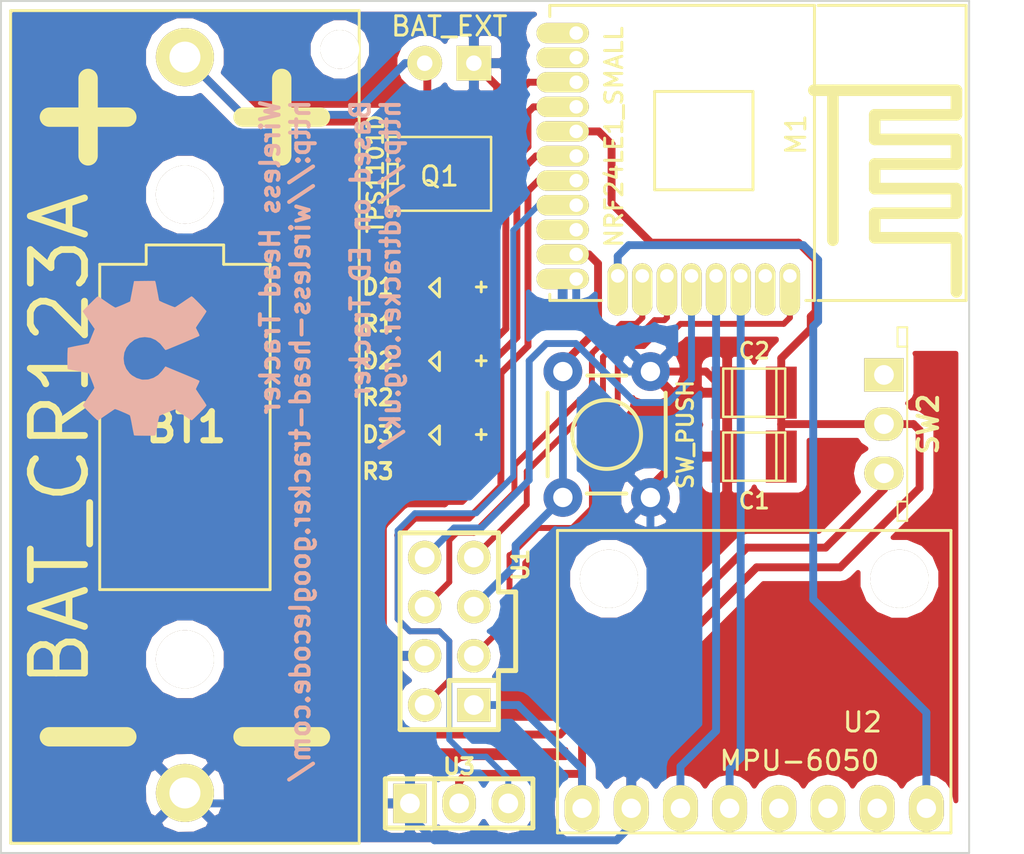
<source format=kicad_pcb>
(kicad_pcb (version 4) (host pcbnew "(2014-08-25 BZR 5096)-product")

  (general
    (links 45)
    (no_connects 0)
    (area 49.949999 49.949099 103.054201 94.050001)
    (thickness 1.6)
    (drawings 5)
    (tracks 230)
    (zones 0)
    (modules 18)
    (nets 21)
  )

  (page A4)
  (layers
    (0 F.Cu signal)
    (31 B.Cu signal)
    (32 B.Adhes user hide)
    (33 F.Adhes user hide)
    (34 B.Paste user hide)
    (35 F.Paste user hide)
    (36 B.SilkS user)
    (37 F.SilkS user)
    (38 B.Mask user hide)
    (39 F.Mask user hide)
    (40 Dwgs.User user)
    (41 Cmts.User user hide)
    (42 Eco1.User user hide)
    (43 Eco2.User user hide)
    (44 Edge.Cuts user)
  )

  (setup
    (last_trace_width 0.254)
    (user_trace_width 0.3048)
    (user_trace_width 0.3556)
    (user_trace_width 0.4064)
    (trace_clearance 0.2032)
    (zone_clearance 0.508)
    (zone_45_only no)
    (trace_min 0.254)
    (segment_width 0.2)
    (edge_width 0.1)
    (via_size 0.889)
    (via_drill 0.635)
    (via_min_size 0.889)
    (via_min_drill 0.508)
    (uvia_size 0.508)
    (uvia_drill 0.127)
    (uvias_allowed no)
    (uvia_min_size 0.508)
    (uvia_min_drill 0.127)
    (pcb_text_width 0.3)
    (pcb_text_size 1.5 1.5)
    (mod_edge_width 0.1778)
    (mod_text_size 1 1)
    (mod_text_width 0.15)
    (pad_size 1.05 2.7)
    (pad_drill 0.7)
    (pad_to_mask_clearance 0)
    (aux_axis_origin 0 0)
    (grid_origin 1840.008 1896.008)
    (visible_elements 7FFFFF7F)
    (pcbplotparams
      (layerselection 0x010f0_80000001)
      (usegerberextensions true)
      (excludeedgelayer true)
      (linewidth 0.100000)
      (plotframeref false)
      (viasonmask false)
      (mode 1)
      (useauxorigin false)
      (hpglpennumber 1)
      (hpglpenspeed 20)
      (hpglpendiameter 15)
      (hpglpenoverlay 2)
      (psnegative false)
      (psa4output false)
      (plotreference true)
      (plotvalue true)
      (plotinvisibletext false)
      (padsonsilk false)
      (subtractmaskfromsilk false)
      (outputformat 1)
      (mirror false)
      (drillshape 0)
      (scaleselection 1)
      (outputdirectory ./gerber))
  )

  (net 0 "")
  (net 1 GND)
  (net 2 VCC)
  (net 3 "Net-(D1-Pad1)")
  (net 4 "Net-(D1-Pad2)")
  (net 5 "Net-(D2-Pad1)")
  (net 6 "Net-(D2-Pad2)")
  (net 7 "Net-(D3-Pad1)")
  (net 8 "Net-(D3-Pad2)")
  (net 9 "Net-(M1-Pad8)")
  (net 10 /FSCK)
  (net 11 "Net-(M1-Pad12)")
  (net 12 /FMOSI)
  (net 13 /FCSN)
  (net 14 /SCL)
  (net 15 /SDA)
  (net 16 "Net-(Q1-Pad1)")
  (net 17 /FMISO)
  (net 18 "Net-(BT1-Pad1)")
  (net 19 /PROG)
  (net 20 /RESET)

  (net_class Default "This is the default net class."
    (clearance 0.2032)
    (trace_width 0.254)
    (via_dia 0.889)
    (via_drill 0.635)
    (uvia_dia 0.508)
    (uvia_drill 0.127)
    (add_net /FCSN)
    (add_net /FMISO)
    (add_net /FMOSI)
    (add_net /FSCK)
    (add_net /PROG)
    (add_net /RESET)
    (add_net /SCL)
    (add_net /SDA)
    (add_net GND)
    (add_net "Net-(BT1-Pad1)")
    (add_net "Net-(D1-Pad1)")
    (add_net "Net-(D1-Pad2)")
    (add_net "Net-(D2-Pad1)")
    (add_net "Net-(D2-Pad2)")
    (add_net "Net-(D3-Pad1)")
    (add_net "Net-(D3-Pad2)")
    (add_net "Net-(M1-Pad12)")
    (add_net "Net-(M1-Pad8)")
    (add_net "Net-(Q1-Pad1)")
    (add_net VCC)
  )

  (module wht:Pin_Header_Straight_2x04 (layer F.Cu) (tedit 53C8E7A0) (tstamp 53CBC6D3)
    (at 73.152 82.55 90)
    (descr "1 pin")
    (tags "CONN DEV")
    (path /53A87671)
    (fp_text reference U1 (at 3.429 3.683 90) (layer F.SilkS)
      (effects (font (size 0.8128 0.8128) (thickness 0.1778)))
    )
    (fp_text value NRF24LE1_PROG (at 0 -3.175 90) (layer F.SilkS) hide
      (effects (font (size 0.8128 0.8128) (thickness 0.1524)))
    )
    (fp_line (start -5.08 2.54) (end -2.032 2.54) (layer F.SilkS) (width 0.254))
    (fp_line (start -2.032 2.54) (end -2.032 3.429) (layer F.SilkS) (width 0.254))
    (fp_line (start -2.032 3.429) (end 2.032 3.429) (layer F.SilkS) (width 0.254))
    (fp_line (start 2.032 3.429) (end 2.032 2.54) (layer F.SilkS) (width 0.254))
    (fp_line (start 2.032 2.54) (end 5.08 2.54) (layer F.SilkS) (width 0.254))
    (fp_line (start 5.08 2.54) (end 5.08 -2.54) (layer F.SilkS) (width 0.254))
    (fp_line (start 5.08 -2.54) (end -5.08 -2.54) (layer F.SilkS) (width 0.254))
    (fp_line (start -5.08 -2.54) (end -5.08 0) (layer F.SilkS) (width 0.254))
    (fp_line (start -5.08 0) (end -2.54 0) (layer F.SilkS) (width 0.254))
    (fp_line (start -2.54 0) (end -2.54 2.54) (layer F.SilkS) (width 0.254))
    (fp_line (start -5.08 2.54) (end -5.08 0) (layer F.SilkS) (width 0.254))
    (pad 1 thru_hole rect (at -3.81 1.27 90) (size 1.7272 1.7272) (drill 1.016) (layers *.Cu *.Mask F.SilkS)
      (net 2 VCC))
    (pad 2 thru_hole oval (at -3.81 -1.27 90) (size 1.7272 1.7272) (drill 1.016) (layers *.Cu *.Mask F.SilkS)
      (net 19 /PROG))
    (pad 3 thru_hole oval (at -1.27 1.27 90) (size 1.7272 1.7272) (drill 1.016) (layers *.Cu *.Mask F.SilkS)
      (net 20 /RESET))
    (pad 4 thru_hole oval (at -1.27 -1.27 90) (size 1.7272 1.7272) (drill 1.016) (layers *.Cu *.Mask F.SilkS)
      (net 1 GND))
    (pad 5 thru_hole oval (at 1.27 1.27 90) (size 1.7272 1.7272) (drill 1.016) (layers *.Cu *.Mask F.SilkS)
      (net 10 /FSCK))
    (pad 6 thru_hole oval (at 1.27 -1.27 90) (size 1.7272 1.7272) (drill 1.016) (layers *.Cu *.Mask F.SilkS)
      (net 12 /FMOSI))
    (pad 7 thru_hole oval (at 3.81 1.27 90) (size 1.7272 1.7272) (drill 1.016) (layers *.Cu *.Mask F.SilkS)
      (net 17 /FMISO))
    (pad 8 thru_hole oval (at 3.81 -1.27 90) (size 1.7272 1.7272) (drill 1.016) (layers *.Cu *.Mask F.SilkS)
      (net 13 /FCSN))
    (model Pin_Headers/Pin_Header_Straight_2x04.wrl
      (at (xyz 0 0 0))
      (scale (xyz 1 1 1))
      (rotate (xyz 0 0 0))
    )
  )

  (module Capacitors_SMD:c_1210 (layer F.Cu) (tedit 53C8E621) (tstamp 53ABDA55)
    (at 88.9 73.533)
    (descr "SMT capacitor, 1210")
    (path /53A9C242)
    (fp_text reference C1 (at 0 2.286 180) (layer F.SilkS)
      (effects (font (size 0.8128 0.8128) (thickness 0.1524)))
    )
    (fp_text value C (at -0.0254 1.7272) (layer F.SilkS) hide
      (effects (font (size 0.50038 0.50038) (thickness 0.11938)))
    )
    (fp_line (start -1.6002 -1.2446) (end -1.6002 1.2446) (layer F.SilkS) (width 0.127))
    (fp_line (start 1.6002 1.2446) (end 1.6002 -1.2446) (layer F.SilkS) (width 0.127))
    (fp_line (start 1.143 -1.2446) (end 1.143 1.2446) (layer F.SilkS) (width 0.127))
    (fp_line (start -1.143 1.2446) (end -1.143 -1.2446) (layer F.SilkS) (width 0.127))
    (fp_line (start -1.6002 1.2446) (end 1.6002 1.2446) (layer F.SilkS) (width 0.127))
    (fp_line (start 1.6002 -1.2446) (end -1.6002 -1.2446) (layer F.SilkS) (width 0.127))
    (pad 1 smd rect (at 1.397 0) (size 1.6002 2.6924) (layers F.Cu F.Paste F.Mask)
      (net 2 VCC))
    (pad 2 smd rect (at -1.397 0) (size 1.6002 2.6924) (layers F.Cu F.Paste F.Mask)
      (net 1 GND))
    (model smd/capacitors/c_1210.wrl
      (at (xyz 0 0 0))
      (scale (xyz 1 1 1))
      (rotate (xyz 0 0 0))
    )
  )

  (module wht:Pin_Header_Straight_1x03 (layer F.Cu) (tedit 53C8E6FF) (tstamp 53ABD6AA)
    (at 73.66 91.44)
    (descr "1 pin")
    (tags "CONN DEV")
    (path /53A876E3)
    (fp_text reference U3 (at 0 -1.905 180) (layer F.SilkS)
      (effects (font (size 0.8128 0.8128) (thickness 0.1778)))
    )
    (fp_text value UART (at 0 0) (layer F.SilkS) hide
      (effects (font (size 1.27 1.27) (thickness 0.2032)))
    )
    (fp_line (start -1.27 1.27) (end 3.81 1.27) (layer F.SilkS) (width 0.254))
    (fp_line (start 3.81 1.27) (end 3.81 -1.27) (layer F.SilkS) (width 0.254))
    (fp_line (start 3.81 -1.27) (end -1.27 -1.27) (layer F.SilkS) (width 0.254))
    (fp_line (start -3.81 -1.27) (end -1.27 -1.27) (layer F.SilkS) (width 0.254))
    (fp_line (start -1.27 -1.27) (end -1.27 1.27) (layer F.SilkS) (width 0.254))
    (fp_line (start -3.81 -1.27) (end -3.81 1.27) (layer F.SilkS) (width 0.254))
    (fp_line (start -3.81 1.27) (end -1.27 1.27) (layer F.SilkS) (width 0.254))
    (pad 1 thru_hole rect (at -2.54 0) (size 1.7272 2.032) (drill 1.016) (layers *.Cu *.Mask F.SilkS)
      (net 1 GND))
    (pad 2 thru_hole oval (at 0 0) (size 1.7272 2.032) (drill 1.016) (layers *.Cu *.Mask F.SilkS)
      (net 2 VCC))
    (pad 3 thru_hole oval (at 2.54 0) (size 1.7272 2.032) (drill 1.016) (layers *.Cu *.Mask F.SilkS)
      (net 9 "Net-(M1-Pad8)"))
    (model Pin_Headers/Pin_Header_Straight_1x03.wrl
      (at (xyz 0 0 0))
      (scale (xyz 1 1 1))
      (rotate (xyz 0 0 0))
    )
  )

  (module wht:TACTILE-PTH (layer F.Cu) (tedit 53C8E60F) (tstamp 53C7B70C)
    (at 81.28 72.39 90)
    (descr "<b>OMRON SWITCH</b>")
    (path /53AB20EC)
    (fp_text reference SW1 (at -1.905 -3.81 90) (layer F.SilkS) hide
      (effects (font (size 1.2065 1.2065) (thickness 0.127)) (justify left bottom))
    )
    (fp_text value SW_PUSH (at 0 4.064 90) (layer F.SilkS)
      (effects (font (size 0.8128 0.8128) (thickness 0.1524)))
    )
    (fp_line (start 3.048 -1.016) (end 3.048 -2.54) (layer Dwgs.User) (width 0.2032))
    (fp_line (start 3.048 -2.54) (end 2.54 -3.048) (layer Dwgs.User) (width 0.2032))
    (fp_line (start 2.54 3.048) (end 3.048 2.54) (layer Dwgs.User) (width 0.2032))
    (fp_line (start 3.048 2.54) (end 3.048 1.016) (layer Dwgs.User) (width 0.2032))
    (fp_line (start -2.54 -3.048) (end -3.048 -2.54) (layer Dwgs.User) (width 0.2032))
    (fp_line (start -3.048 -2.54) (end -3.048 -1.016) (layer Dwgs.User) (width 0.2032))
    (fp_line (start -2.54 3.048) (end -3.048 2.54) (layer Dwgs.User) (width 0.2032))
    (fp_line (start -3.048 2.54) (end -3.048 1.016) (layer Dwgs.User) (width 0.2032))
    (fp_line (start 2.54 3.048) (end 2.159 3.048) (layer Dwgs.User) (width 0.2032))
    (fp_line (start -2.54 3.048) (end -2.159 3.048) (layer Dwgs.User) (width 0.2032))
    (fp_line (start -2.54 -3.048) (end -2.159 -3.048) (layer Dwgs.User) (width 0.2032))
    (fp_line (start 2.54 -3.048) (end 2.159 -3.048) (layer Dwgs.User) (width 0.2032))
    (fp_line (start 2.159 -3.048) (end -2.159 -3.048) (layer F.SilkS) (width 0.2032))
    (fp_line (start -2.159 3.048) (end 2.159 3.048) (layer F.SilkS) (width 0.2032))
    (fp_line (start 3.048 -0.998) (end 3.048 1.016) (layer F.SilkS) (width 0.2032))
    (fp_line (start -3.048 -1.028) (end -3.048 1.016) (layer F.SilkS) (width 0.2032))
    (fp_line (start -2.54 -1.27) (end -2.54 -0.508) (layer Dwgs.User) (width 0.2032))
    (fp_line (start -2.54 0.508) (end -2.54 1.27) (layer Dwgs.User) (width 0.2032))
    (fp_line (start -2.54 -0.508) (end -2.159 0.381) (layer Dwgs.User) (width 0.2032))
    (fp_circle (center 0 0) (end 1.778 0) (layer F.SilkS) (width 0.2032))
    (pad 1 thru_hole circle (at -3.2512 -2.2606 90) (size 2 2) (drill 1) (layers *.Cu *.Mask)
      (net 10 /FSCK))
    (pad 1 thru_hole circle (at 3.2512 -2.2606 90) (size 2 2) (drill 1) (layers *.Cu *.Mask)
      (net 10 /FSCK))
    (pad 2 thru_hole circle (at -3.2512 2.2606 90) (size 2 2) (drill 1) (layers *.Cu *.Mask)
      (net 1 GND))
    (pad 2 thru_hole circle (at 3.2512 2.2606 90) (size 2 2) (drill 1) (layers *.Cu *.Mask)
      (net 1 GND))
  )

  (module SOIC_Packages:SOIC-8_N (layer F.Cu) (tedit 53C8C754) (tstamp 53AAC3C4)
    (at 72.644 58.928)
    (descr "module CMS SOJ 8 pins etroit")
    (tags "CMS SOJ")
    (path /53A9CF7B)
    (attr smd)
    (fp_text reference Q1 (at 0 0.127) (layer F.SilkS)
      (effects (font (size 1 1) (thickness 0.15)))
    )
    (fp_text value TPS1101D (at -3.302 0 90) (layer F.SilkS)
      (effects (font (size 0.8128 0.8128) (thickness 0.1524)))
    )
    (fp_line (start -2.667 1.778) (end -2.667 1.905) (layer F.SilkS) (width 0.127))
    (fp_line (start -2.667 1.905) (end 2.667 1.905) (layer F.SilkS) (width 0.127))
    (fp_line (start 2.667 -1.905) (end -2.667 -1.905) (layer F.SilkS) (width 0.127))
    (fp_line (start -2.667 -1.905) (end -2.667 1.778) (layer F.SilkS) (width 0.127))
    (fp_line (start -2.667 -0.508) (end -2.159 -0.508) (layer F.SilkS) (width 0.127))
    (fp_line (start -2.159 -0.508) (end -2.159 0.508) (layer F.SilkS) (width 0.127))
    (fp_line (start -2.159 0.508) (end -2.667 0.508) (layer F.SilkS) (width 0.127))
    (fp_line (start 2.667 -1.905) (end 2.667 1.905) (layer F.SilkS) (width 0.127))
    (pad 8 smd rect (at -1.875 -2.7) (size 0.6 1.6) (layers F.Cu F.Paste F.Mask)
      (net 18 "Net-(BT1-Pad1)"))
    (pad 1 smd rect (at -1.875 2.7) (size 0.6 1.6) (layers F.Cu F.Paste F.Mask)
      (net 16 "Net-(Q1-Pad1)"))
    (pad 7 smd rect (at -0.625 -2.7) (size 0.6 1.6) (layers F.Cu F.Paste F.Mask)
      (net 18 "Net-(BT1-Pad1)"))
    (pad 6 smd rect (at 0.625 -2.7) (size 0.6 1.6) (layers F.Cu F.Paste F.Mask)
      (net 18 "Net-(BT1-Pad1)"))
    (pad 5 smd rect (at 1.875 -2.7) (size 0.6 1.6) (layers F.Cu F.Paste F.Mask)
      (net 18 "Net-(BT1-Pad1)"))
    (pad 2 smd rect (at -0.625 2.7) (size 0.6 1.6) (layers F.Cu F.Paste F.Mask)
      (net 16 "Net-(Q1-Pad1)"))
    (pad 3 smd rect (at 0.625 2.7) (size 0.6 1.6) (layers F.Cu F.Paste F.Mask)
      (net 16 "Net-(Q1-Pad1)"))
    (pad 4 smd rect (at 1.875 2.7) (size 0.6 1.6) (layers F.Cu F.Paste F.Mask)
      (net 1 GND))
    (model smd/cms_so8.wrl
      (at (xyz 0 0 0))
      (scale (xyz 0.5 0.32 0.5))
      (rotate (xyz 0 0 0))
    )
  )

  (module Capacitors_SMD:c_1210 (layer F.Cu) (tedit 53C8E626) (tstamp 53AAC332)
    (at 88.9 70.231)
    (descr "SMT capacitor, 1210")
    (path /53A9BE51)
    (fp_text reference C2 (at 0 -2.159) (layer F.SilkS)
      (effects (font (size 0.8128 0.8128) (thickness 0.1524)))
    )
    (fp_text value CP1 (at -0.0254 1.7272) (layer F.SilkS) hide
      (effects (font (size 0.50038 0.50038) (thickness 0.11938)))
    )
    (fp_line (start -1.6002 -1.2446) (end -1.6002 1.2446) (layer F.SilkS) (width 0.127))
    (fp_line (start 1.6002 1.2446) (end 1.6002 -1.2446) (layer F.SilkS) (width 0.127))
    (fp_line (start 1.143 -1.2446) (end 1.143 1.2446) (layer F.SilkS) (width 0.127))
    (fp_line (start -1.143 1.2446) (end -1.143 -1.2446) (layer F.SilkS) (width 0.127))
    (fp_line (start -1.6002 1.2446) (end 1.6002 1.2446) (layer F.SilkS) (width 0.127))
    (fp_line (start 1.6002 -1.2446) (end -1.6002 -1.2446) (layer F.SilkS) (width 0.127))
    (pad 1 smd rect (at 1.397 0) (size 1.6002 2.6924) (layers F.Cu F.Paste F.Mask)
      (net 2 VCC))
    (pad 2 smd rect (at -1.397 0) (size 1.6002 2.6924) (layers F.Cu F.Paste F.Mask)
      (net 1 GND))
    (model smd/capacitors/c_1210.wrl
      (at (xyz 0 0 0))
      (scale (xyz 1 1 1))
      (rotate (xyz 0 0 0))
    )
  )

  (module wht:BATTERY_EXT (layer F.Cu) (tedit 53C8F930) (tstamp 53AAC31A)
    (at 73.152 53.213)
    (path /53A9ABA8)
    (fp_text reference BT2 (at 0 2.54) (layer F.SilkS) hide
      (effects (font (size 1 1) (thickness 0.15)))
    )
    (fp_text value BAT_EXT (at 0 -1.905) (layer F.SilkS)
      (effects (font (size 1 1) (thickness 0.15)))
    )
    (pad 1 thru_hole circle (at -1.27 0) (size 1.8 1.8) (drill 0.8) (layers *.Cu *.Mask F.SilkS)
      (net 18 "Net-(BT1-Pad1)"))
    (pad 2 thru_hole rect (at 1.27 0) (size 1.8 1.8) (drill 0.8) (layers *.Cu *.Mask F.SilkS)
      (net 1 GND))
  )

  (module wht:LED-0805 (layer F.Cu) (tedit 53C8C6EB) (tstamp 53C829DC)
    (at 72.39 64.77 180)
    (descr "LED 0805 smd package")
    (tags "LED 0805 SMD")
    (path /53A99C66)
    (attr smd)
    (fp_text reference D1 (at 2.921 0 360) (layer F.SilkS)
      (effects (font (size 0.8128 0.8128) (thickness 0.1778)))
    )
    (fp_text value LED (at 0 -1.905 180) (layer F.SilkS) hide
      (effects (font (size 0.8128 0.8128) (thickness 0.2032)))
    )
    (fp_line (start -2.413 -0.254) (end -2.413 0.254) (layer F.SilkS) (width 0.1524))
    (fp_line (start -2.159 0) (end -2.667 0) (layer F.SilkS) (width 0.1524))
    (fp_line (start -0.254 -0.508) (end -0.254 0.4445) (layer F.SilkS) (width 0.1524))
    (fp_line (start -0.254 0.4445) (end 0.254 0) (layer F.SilkS) (width 0.1524))
    (fp_line (start 0.254 0) (end -0.254 -0.508) (layer F.SilkS) (width 0.1524))
    (pad 1 smd rect (at -1.04902 0 180) (size 1.19888 1.19888) (layers F.Cu F.Paste F.Mask)
      (net 3 "Net-(D1-Pad1)"))
    (pad 2 smd rect (at 1.04902 0 180) (size 1.19888 1.19888) (layers F.Cu F.Paste F.Mask)
      (net 4 "Net-(D1-Pad2)"))
  )

  (module wht:LED-0805 (layer F.Cu) (tedit 53C8C6DF) (tstamp 53C829E6)
    (at 72.39 68.58 180)
    (descr "LED 0805 smd package")
    (tags "LED 0805 SMD")
    (path /53A99CDF)
    (attr smd)
    (fp_text reference D2 (at 2.921 0 180) (layer F.SilkS)
      (effects (font (size 0.8128 0.8128) (thickness 0.1778)))
    )
    (fp_text value LED (at 0 -1.905 180) (layer F.SilkS) hide
      (effects (font (size 0.8128 0.8128) (thickness 0.2032)))
    )
    (fp_line (start -2.413 -0.254) (end -2.413 0.254) (layer F.SilkS) (width 0.1524))
    (fp_line (start -2.159 0) (end -2.667 0) (layer F.SilkS) (width 0.1524))
    (fp_line (start -0.254 -0.508) (end -0.254 0.4445) (layer F.SilkS) (width 0.1524))
    (fp_line (start -0.254 0.4445) (end 0.254 0) (layer F.SilkS) (width 0.1524))
    (fp_line (start 0.254 0) (end -0.254 -0.508) (layer F.SilkS) (width 0.1524))
    (pad 1 smd rect (at -1.04902 0 180) (size 1.19888 1.19888) (layers F.Cu F.Paste F.Mask)
      (net 5 "Net-(D2-Pad1)"))
    (pad 2 smd rect (at 1.04902 0 180) (size 1.19888 1.19888) (layers F.Cu F.Paste F.Mask)
      (net 6 "Net-(D2-Pad2)"))
  )

  (module wht:LED-0805 (layer F.Cu) (tedit 53C8C6D8) (tstamp 53C829F0)
    (at 72.39 72.39 180)
    (descr "LED 0805 smd package")
    (tags "LED 0805 SMD")
    (path /53A99CF8)
    (attr smd)
    (fp_text reference D3 (at 2.921 0 360) (layer F.SilkS)
      (effects (font (size 0.8128 0.8128) (thickness 0.1778)))
    )
    (fp_text value LED (at 0 -1.905 180) (layer F.SilkS) hide
      (effects (font (size 0.8128 0.8128) (thickness 0.2032)))
    )
    (fp_line (start -2.413 -0.254) (end -2.413 0.254) (layer F.SilkS) (width 0.1524))
    (fp_line (start -2.159 0) (end -2.667 0) (layer F.SilkS) (width 0.1524))
    (fp_line (start -0.254 -0.508) (end -0.254 0.4445) (layer F.SilkS) (width 0.1524))
    (fp_line (start -0.254 0.4445) (end 0.254 0) (layer F.SilkS) (width 0.1524))
    (fp_line (start 0.254 0) (end -0.254 -0.508) (layer F.SilkS) (width 0.1524))
    (pad 1 smd rect (at -1.04902 0 180) (size 1.19888 1.19888) (layers F.Cu F.Paste F.Mask)
      (net 7 "Net-(D3-Pad1)"))
    (pad 2 smd rect (at 1.04902 0 180) (size 1.19888 1.19888) (layers F.Cu F.Paste F.Mask)
      (net 8 "Net-(D3-Pad2)"))
  )

  (module wht:Resistor_SMD0805_HandSoldering (layer F.Cu) (tedit 53C8C6E5) (tstamp 53C8C706)
    (at 72.39 66.675)
    (descr "Resistor, SMD, 0805, Hand soldering,")
    (tags "Resistor, SMD, 0805, Hand soldering,")
    (path /53A99DAC)
    (attr smd)
    (fp_text reference R1 (at -2.921 0) (layer F.SilkS)
      (effects (font (size 0.8128 0.8128) (thickness 0.1778)))
    )
    (fp_text value R (at 0.20066 2.60096) (layer F.SilkS) hide
      (effects (font (size 0.8128 0.8128) (thickness 0.1778)))
    )
    (pad 1 smd rect (at -1.30048 0) (size 1.50114 1.19888) (layers F.Cu F.Paste F.Mask)
      (net 1 GND))
    (pad 2 smd rect (at 1.30048 0) (size 1.50114 1.19888) (layers F.Cu F.Paste F.Mask)
      (net 4 "Net-(D1-Pad2)"))
  )

  (module wht:Resistor_SMD0805_HandSoldering (layer F.Cu) (tedit 53C8C6D4) (tstamp 53C8C70B)
    (at 72.39 70.485)
    (descr "Resistor, SMD, 0805, Hand soldering,")
    (tags "Resistor, SMD, 0805, Hand soldering,")
    (path /53A99E23)
    (attr smd)
    (fp_text reference R2 (at -2.921 0) (layer F.SilkS)
      (effects (font (size 0.8128 0.8128) (thickness 0.1778)))
    )
    (fp_text value R (at 0.20066 2.60096) (layer F.SilkS) hide
      (effects (font (size 0.8128 0.8128) (thickness 0.1778)))
    )
    (pad 1 smd rect (at -1.30048 0) (size 1.50114 1.19888) (layers F.Cu F.Paste F.Mask)
      (net 1 GND))
    (pad 2 smd rect (at 1.30048 0) (size 1.50114 1.19888) (layers F.Cu F.Paste F.Mask)
      (net 6 "Net-(D2-Pad2)"))
  )

  (module wht:Resistor_SMD0805_HandSoldering (layer F.Cu) (tedit 53C8C6D6) (tstamp 53C8C710)
    (at 72.39 74.295 180)
    (descr "Resistor, SMD, 0805, Hand soldering,")
    (tags "Resistor, SMD, 0805, Hand soldering,")
    (path /53A99E55)
    (attr smd)
    (fp_text reference R3 (at 2.921 0 180) (layer F.SilkS)
      (effects (font (size 0.8128 0.8128) (thickness 0.1778)))
    )
    (fp_text value R (at 0.20066 2.60096 180) (layer F.SilkS) hide
      (effects (font (size 0.8128 0.8128) (thickness 0.1778)))
    )
    (pad 1 smd rect (at -1.30048 0 180) (size 1.50114 1.19888) (layers F.Cu F.Paste F.Mask)
      (net 1 GND))
    (pad 2 smd rect (at 1.30048 0 180) (size 1.50114 1.19888) (layers F.Cu F.Paste F.Mask)
      (net 8 "Net-(D3-Pad2)"))
  )

  (module oshw_logo:OSHW-logo_silkscreen-back_8mm (layer B.Cu) (tedit 0) (tstamp 53C9435A)
    (at 57.023 68.453 90)
    (fp_text reference G*** (at 0 -4.2418 90) (layer B.SilkS) hide
      (effects (font (size 0.36322 0.36322) (thickness 0.07112)) (justify mirror))
    )
    (fp_text value OSHW-logo_silkscreen-back_8mm (at 0 4.2418 90) (layer B.SilkS) hide
      (effects (font (size 0.36322 0.36322) (thickness 0.07112)) (justify mirror))
    )
    (fp_poly (pts (xy 2.42316 3.59156) (xy 2.38252 3.57124) (xy 2.28854 3.51282) (xy 2.15392 3.42392)
      (xy 1.99644 3.31978) (xy 1.83896 3.21056) (xy 1.70942 3.1242) (xy 1.61798 3.06578)
      (xy 1.57988 3.04546) (xy 1.55956 3.05054) (xy 1.48336 3.08864) (xy 1.37414 3.14452)
      (xy 1.31064 3.17754) (xy 1.21158 3.22072) (xy 1.16078 3.23088) (xy 1.15316 3.21564)
      (xy 1.11506 3.13944) (xy 1.05918 3.00736) (xy 0.98298 2.83464) (xy 0.89662 2.63144)
      (xy 0.80264 2.413) (xy 0.7112 2.18948) (xy 0.6223 1.97612) (xy 0.54356 1.78562)
      (xy 0.48006 1.63068) (xy 0.43942 1.52146) (xy 0.42418 1.47574) (xy 0.42926 1.46558)
      (xy 0.48006 1.41732) (xy 0.56642 1.35128) (xy 0.75692 1.19634) (xy 0.94234 0.96266)
      (xy 1.05664 0.6985) (xy 1.09474 0.40386) (xy 1.06172 0.13208) (xy 0.95504 -0.12954)
      (xy 0.77216 -0.36576) (xy 0.55118 -0.54102) (xy 0.2921 -0.65278) (xy 0 -0.68834)
      (xy -0.2794 -0.65786) (xy -0.5461 -0.55118) (xy -0.78232 -0.37084) (xy -0.88138 -0.25654)
      (xy -1.01854 -0.01778) (xy -1.09728 0.23876) (xy -1.1049 0.30226) (xy -1.09474 0.5842)
      (xy -1.01092 0.85344) (xy -0.8636 1.09474) (xy -0.65786 1.29032) (xy -0.62992 1.31064)
      (xy -0.53594 1.38176) (xy -0.47244 1.43002) (xy -0.42164 1.47066) (xy -0.77978 2.33172)
      (xy -0.83566 2.46888) (xy -0.93472 2.7051) (xy -1.02108 2.9083) (xy -1.08966 3.06832)
      (xy -1.13792 3.17754) (xy -1.15824 3.22072) (xy -1.16078 3.22326) (xy -1.19126 3.22834)
      (xy -1.2573 3.20294) (xy -1.37668 3.14452) (xy -1.45796 3.10388) (xy -1.5494 3.0607)
      (xy -1.59004 3.04546) (xy -1.6256 3.06324) (xy -1.71196 3.12166) (xy -1.8415 3.20548)
      (xy -1.9939 3.30962) (xy -2.14122 3.41122) (xy -2.27584 3.50012) (xy -2.3749 3.56108)
      (xy -2.42316 3.58902) (xy -2.43078 3.58902) (xy -2.47142 3.56362) (xy -2.55016 3.50012)
      (xy -2.667 3.38836) (xy -2.8321 3.2258) (xy -2.8575 3.2004) (xy -2.99466 3.0607)
      (xy -3.10642 2.94386) (xy -3.18008 2.86258) (xy -3.20548 2.82448) (xy -3.20548 2.82448)
      (xy -3.18262 2.77622) (xy -3.11912 2.6797) (xy -3.03022 2.54254) (xy -2.921 2.38252)
      (xy -2.63652 1.9685) (xy -2.794 1.57734) (xy -2.84226 1.45796) (xy -2.90322 1.31318)
      (xy -2.9464 1.20904) (xy -2.9718 1.16332) (xy -3.01244 1.14808) (xy -3.12166 1.12268)
      (xy -3.2766 1.08966) (xy -3.45948 1.05664) (xy -3.63728 1.02362) (xy -3.7973 0.99314)
      (xy -3.9116 0.97028) (xy -3.9624 0.96012) (xy -3.9751 0.9525) (xy -3.98526 0.9271)
      (xy -3.99288 0.87376) (xy -3.99542 0.77724) (xy -3.99796 0.62484) (xy -3.99796 0.40386)
      (xy -3.99796 0.381) (xy -3.99542 0.17018) (xy -3.99288 0.00254) (xy -3.9878 -0.10668)
      (xy -3.98018 -0.14986) (xy -3.98018 -0.14986) (xy -3.92938 -0.16256) (xy -3.81762 -0.18542)
      (xy -3.6576 -0.21844) (xy -3.4671 -0.254) (xy -3.45694 -0.25654) (xy -3.26644 -0.2921)
      (xy -3.10896 -0.32512) (xy -2.9972 -0.35052) (xy -2.95148 -0.36576) (xy -2.94132 -0.37846)
      (xy -2.90322 -0.45212) (xy -2.84734 -0.56896) (xy -2.78638 -0.71374) (xy -2.72288 -0.86106)
      (xy -2.66954 -0.99568) (xy -2.63398 -1.09474) (xy -2.62382 -1.14046) (xy -2.62382 -1.14046)
      (xy -2.65176 -1.18618) (xy -2.7178 -1.28524) (xy -2.80924 -1.41986) (xy -2.921 -1.58242)
      (xy -2.92862 -1.59512) (xy -3.03784 -1.75514) (xy -3.12674 -1.88976) (xy -3.18516 -1.98628)
      (xy -3.20548 -2.02946) (xy -3.20548 -2.032) (xy -3.16992 -2.08026) (xy -3.08864 -2.16916)
      (xy -2.9718 -2.29108) (xy -2.8321 -2.43332) (xy -2.78638 -2.4765) (xy -2.63144 -2.6289)
      (xy -2.52476 -2.72796) (xy -2.45618 -2.7813) (xy -2.42316 -2.794) (xy -2.42316 -2.79146)
      (xy -2.3749 -2.76352) (xy -2.2733 -2.69748) (xy -2.13614 -2.6035) (xy -1.97358 -2.49428)
      (xy -1.96342 -2.48666) (xy -1.8034 -2.37744) (xy -1.67132 -2.28854) (xy -1.5748 -2.22504)
      (xy -1.53416 -2.19964) (xy -1.52654 -2.19964) (xy -1.46304 -2.21996) (xy -1.34874 -2.25806)
      (xy -1.20904 -2.31394) (xy -1.06172 -2.37236) (xy -0.9271 -2.42824) (xy -0.8255 -2.4765)
      (xy -0.77724 -2.5019) (xy -0.77724 -2.50444) (xy -0.75946 -2.56286) (xy -0.73152 -2.68224)
      (xy -0.6985 -2.84734) (xy -0.6604 -3.04292) (xy -0.65532 -3.0734) (xy -0.61976 -3.2639)
      (xy -0.58928 -3.42138) (xy -0.56642 -3.5306) (xy -0.55372 -3.57632) (xy -0.52832 -3.5814)
      (xy -0.43434 -3.58902) (xy -0.2921 -3.59156) (xy -0.11938 -3.5941) (xy 0.06096 -3.59156)
      (xy 0.23622 -3.58902) (xy 0.38862 -3.58394) (xy 0.4953 -3.57632) (xy 0.54102 -3.56616)
      (xy 0.54356 -3.56362) (xy 0.5588 -3.5052) (xy 0.5842 -3.38582) (xy 0.61976 -3.22072)
      (xy 0.65786 -3.0226) (xy 0.66294 -2.98958) (xy 0.6985 -2.79908) (xy 0.73152 -2.64414)
      (xy 0.75438 -2.53492) (xy 0.76708 -2.49428) (xy 0.78232 -2.48412) (xy 0.86106 -2.4511)
      (xy 0.98806 -2.39776) (xy 1.14808 -2.33426) (xy 1.51384 -2.1844) (xy 1.96088 -2.49428)
      (xy 2.00406 -2.52222) (xy 2.16408 -2.63144) (xy 2.2987 -2.72034) (xy 2.39014 -2.77876)
      (xy 2.42824 -2.80162) (xy 2.43078 -2.79908) (xy 2.4765 -2.76098) (xy 2.5654 -2.67716)
      (xy 2.68732 -2.55778) (xy 2.82702 -2.41808) (xy 2.93116 -2.31394) (xy 3.05562 -2.18694)
      (xy 3.13436 -2.10312) (xy 3.17754 -2.04724) (xy 3.19278 -2.01422) (xy 3.1877 -1.9939)
      (xy 3.15976 -1.94818) (xy 3.09372 -1.84912) (xy 3.00228 -1.71196) (xy 2.89306 -1.55448)
      (xy 2.80162 -1.41986) (xy 2.7051 -1.27) (xy 2.6416 -1.16332) (xy 2.61874 -1.10998)
      (xy 2.62382 -1.08712) (xy 2.65684 -1.00076) (xy 2.71018 -0.86614) (xy 2.77622 -0.70866)
      (xy 2.9337 -0.35306) (xy 3.16738 -0.30988) (xy 3.30708 -0.28194) (xy 3.5052 -0.24384)
      (xy 3.69316 -0.20828) (xy 3.9878 -0.14986) (xy 3.99796 0.93218) (xy 3.95224 0.9525)
      (xy 3.90906 0.9652) (xy 3.79984 0.98806) (xy 3.6449 1.01854) (xy 3.45948 1.0541)
      (xy 3.30454 1.08458) (xy 3.14452 1.11252) (xy 3.03276 1.13538) (xy 2.98196 1.14554)
      (xy 2.96926 1.16332) (xy 2.92862 1.23952) (xy 2.87274 1.36144) (xy 2.81178 1.50876)
      (xy 2.74828 1.65862) (xy 2.6924 1.79832) (xy 2.65176 1.905) (xy 2.63906 1.96088)
      (xy 2.65938 2.00406) (xy 2.72034 2.0955) (xy 2.8067 2.22758) (xy 2.91338 2.38506)
      (xy 3.0226 2.54254) (xy 3.1115 2.67716) (xy 3.175 2.77368) (xy 3.2004 2.81686)
      (xy 3.1877 2.84734) (xy 3.12674 2.92354) (xy 3.00736 3.04546) (xy 2.8321 3.22072)
      (xy 2.80162 3.24866) (xy 2.66192 3.38328) (xy 2.54254 3.4925) (xy 2.46126 3.56616)
      (xy 2.42316 3.59156)) (layer B.SilkS) (width 0.00254))
  )

  (module wht:ESP2010_switch (layer F.Cu) (tedit 53D61B91) (tstamp 53C7A2D3)
    (at 95.601 71.852 270)
    (descr "1 pin")
    (tags "CONN DEV")
    (path /53AAC4C3)
    (fp_text reference SW2 (at 0 -2.286 450) (layer F.SilkS)
      (effects (font (size 1.016 1.016) (thickness 0.2032)))
    )
    (fp_text value SWITCH_INV (at 0 -2.4 270) (layer F.SilkS) hide
      (effects (font (size 1.016 1.016) (thickness 0.1778)))
    )
    (fp_line (start 0.2 -7.2) (end 0.2 -6.7) (layer Dwgs.User) (width 0.1))
    (fp_line (start -1.8 -7.2) (end 0.2 -7.2) (layer Dwgs.User) (width 0.1))
    (fp_line (start -1.8 -6.7) (end -1.8 -7.2) (layer Dwgs.User) (width 0.1))
    (fp_line (start 3.4 -6.2) (end 0.2 -6.7) (layer Dwgs.User) (width 0.1))
    (fp_line (start -5 -6.2) (end -1.8 -6.7) (layer Dwgs.User) (width 0.1))
    (fp_line (start 3.4 -5.7) (end 3.4 -6.2) (layer Dwgs.User) (width 0.1))
    (fp_line (start -5 -5.7) (end -5 -6.2) (layer Dwgs.User) (width 0.1))
    (fp_line (start 5 -1.2) (end 5 -0.7) (layer F.SilkS) (width 0.1))
    (fp_line (start 5 -0.7) (end 4 -0.7) (layer F.SilkS) (width 0.1))
    (fp_line (start 4 -0.7) (end 4 -1.2) (layer F.SilkS) (width 0.1))
    (fp_line (start -5 -1.2) (end -5 -0.7) (layer F.SilkS) (width 0.1))
    (fp_line (start -5 -0.7) (end -4 -0.7) (layer F.SilkS) (width 0.1))
    (fp_line (start -4 -1.2) (end -4 -0.7) (layer F.SilkS) (width 0.1))
    (fp_line (start -5 -5.7) (end 5 -5.7) (layer Dwgs.User) (width 0.1))
    (fp_line (start 5 -1.2) (end 5 -5.7) (layer Dwgs.User) (width 0.1))
    (fp_line (start -5 -5.7) (end -5 -1.2) (layer Dwgs.User) (width 0.1))
    (fp_line (start -5 -1.2) (end 5 -1.2) (layer F.SilkS) (width 0.1))
    (pad 1 thru_hole rect (at -2.54 0 270) (size 1.7272 2.032) (drill 1.016) (layers *.Cu *.Mask F.SilkS))
    (pad 2 thru_hole oval (at 0 0 270) (size 1.7272 2.032) (drill 1.016) (layers *.Cu *.Mask F.SilkS)
      (net 2 VCC))
    (pad 3 thru_hole oval (at 2.54 0 270) (size 1.7272 2.032) (drill 1.016) (layers *.Cu *.Mask F.SilkS)
      (net 16 "Net-(Q1-Pad1)"))
    (model Pin_Headers/Pin_Header_Angled_1x03.wrl
      (at (xyz 0 0 0))
      (scale (xyz 1 1 1))
      (rotate (xyz 0 0 0))
    )
  )

  (module wht:NRF24LE1_SMALL (layer F.Cu) (tedit 53C81F20) (tstamp 53AAC3B0)
    (at 85.344 58.166 270)
    (path /53A87AFB)
    (fp_text reference M1 (at -1.27 -5.715 270) (layer F.SilkS)
      (effects (font (size 1 1) (thickness 0.15)))
    )
    (fp_text value NRF24LE1_SMALL (at -1.143 3.683 270) (layer F.SilkS)
      (effects (font (size 0.889 0.889) (thickness 0.1524)))
    )
    (fp_line (start -3.556 -7.62) (end 4.191 -7.62) (layer F.SilkS) (width 0.6))
    (fp_line (start 4.064 -14) (end 6.858 -14) (layer F.SilkS) (width 0.6))
    (fp_line (start 2.794 -9.779) (end 4.064 -9.779) (layer F.SilkS) (width 0.6))
    (fp_line (start 1.524 -14) (end 2.794 -14) (layer F.SilkS) (width 0.6))
    (fp_line (start 0.254 -9.779) (end 1.524 -9.779) (layer F.SilkS) (width 0.6))
    (fp_line (start -1.016 -14) (end 0.254 -14) (layer F.SilkS) (width 0.6))
    (fp_line (start -2.286 -9.779) (end -1.016 -9.779) (layer F.SilkS) (width 0.6))
    (fp_line (start -3.556 -14) (end -2.286 -14) (layer F.SilkS) (width 0.6))
    (fp_line (start 0.254 -14) (end 0.254 -9.779) (layer F.SilkS) (width 0.6))
    (fp_line (start 1.524 -9.779) (end 1.524 -14) (layer F.SilkS) (width 0.6))
    (fp_line (start 2.794 -14) (end 2.794 -9.779) (layer F.SilkS) (width 0.6))
    (fp_line (start 4.064 -9.779) (end 4.064 -14) (layer F.SilkS) (width 0.6))
    (fp_line (start -1.016 -14) (end -1.016 -9.779) (layer F.SilkS) (width 0.6))
    (fp_line (start -2.287 -14) (end -2.287 -9.779) (layer F.SilkS) (width 0.6))
    (fp_line (start -3.556 -14) (end -3.556 -6.636) (layer F.SilkS) (width 0.6))
    (fp_line (start -7.9375 -6.858) (end -7.9375 -14.5) (layer F.SilkS) (width 0.1524))
    (fp_line (start -7.9375 -14.5) (end 7.3025 -14.5) (layer F.SilkS) (width 0.1524))
    (fp_line (start 7.3025 -14.5) (end 7.3025 -6.858) (layer F.SilkS) (width 0.1524))
    (fp_line (start 7.3025 -6.6675) (end 7.3025 -6.223) (layer F.SilkS) (width 0.1524))
    (fp_line (start -7.366 7) (end -7.9375 7) (layer F.SilkS) (width 0.1524))
    (fp_line (start -3.4925 -3.4925) (end -3.4925 1.5875) (layer F.SilkS) (width 0.15))
    (fp_line (start -3.4925 1.5875) (end 1.5875 1.5875) (layer F.SilkS) (width 0.15))
    (fp_line (start 1.5875 1.5875) (end 1.5875 -3.4925) (layer F.SilkS) (width 0.15))
    (fp_line (start 1.5875 -3.4925) (end -3.4925 -3.4925) (layer F.SilkS) (width 0.15))
    (fp_line (start 7.3025 7) (end 6.985 7) (layer F.SilkS) (width 0.15))
    (fp_line (start -7.9375 7) (end -7.9375 -6.6675) (layer F.SilkS) (width 0.1524))
    (fp_line (start -7.9375 -6.6675) (end 7.3025 -6.6675) (layer F.SilkS) (width 0.15))
    (fp_line (start 7.3025 4.318) (end 7.3025 7) (layer F.SilkS) (width 0.15))
    (pad 1 thru_hole oval (at -6.50875 5.635625 270) (size 1.05 2.7) (drill 0.7 (offset 0 0.7)) (layers *.Cu *.Mask F.SilkS))
    (pad 2 thru_hole oval (at -5.23875 5.635625 270) (size 1.05 2.7) (drill 0.7 (offset 0 0.7)) (layers *.Cu *.Mask F.SilkS))
    (pad 3 thru_hole oval (at -3.96875 5.635625 270) (size 1.05 2.7) (drill 0.7 (offset 0 0.7)) (layers *.Cu *.Mask F.SilkS)
      (net 3 "Net-(D1-Pad1)"))
    (pad 4 thru_hole oval (at -2.69875 5.635625 270) (size 1.05 2.7) (drill 0.7 (offset 0 0.7)) (layers *.Cu *.Mask F.SilkS)
      (net 5 "Net-(D2-Pad1)"))
    (pad 5 thru_hole oval (at -1.42875 5.635625 270) (size 1.05 2.7) (drill 0.7 (offset 0 0.7)) (layers *.Cu *.Mask F.SilkS)
      (net 2 VCC))
    (pad 6 thru_hole oval (at -0.15875 5.635625 270) (size 1.05 2.7) (drill 0.7 (offset 0 0.7)) (layers *.Cu *.Mask F.SilkS)
      (net 7 "Net-(D3-Pad1)"))
    (pad 7 thru_hole oval (at 1.11125 5.635625 270) (size 1.05 2.7) (drill 0.7 (offset 0 0.7)) (layers *.Cu *.Mask F.SilkS)
      (net 19 /PROG))
    (pad 8 thru_hole oval (at 2.38125 5.635625 270) (size 1.05 2.7) (drill 0.7 (offset 0 0.7)) (layers *.Cu *.Mask F.SilkS)
      (net 9 "Net-(M1-Pad8)"))
    (pad 10 thru_hole oval (at 4.92125 5.635625 270) (size 1.05 2.7) (drill 0.7 (offset 0 0.7)) (layers *.Cu *.Mask F.SilkS)
      (net 10 /FSCK))
    (pad 9 thru_hole oval (at 3.65125 5.635625 270) (size 1.05 2.7) (drill 0.7 (offset 0 0.7)) (layers *.Cu *.Mask F.SilkS))
    (pad 11 thru_hole oval (at 6.19125 5.635625 270) (size 1.05 2.7) (drill 0.7 (offset 0 0.7)) (layers *.Cu *.Mask F.SilkS)
      (net 1 GND))
    (pad 12 thru_hole oval (at 6.0325 3.4925) (size 1.05 2.7) (drill 0.7 (offset 0 0.7)) (layers *.Cu *.Mask F.SilkS)
      (net 11 "Net-(M1-Pad12)"))
    (pad 13 thru_hole oval (at 6.0325 2.2225) (size 1.05 2.7) (drill 0.7 (offset 0 0.7)) (layers *.Cu *.Mask F.SilkS)
      (net 12 /FMOSI))
    (pad 14 thru_hole oval (at 6.0325 0.9525) (size 1.05 2.7) (drill 0.7 (offset 0 0.7)) (layers *.Cu *.Mask F.SilkS)
      (net 17 /FMISO))
    (pad 15 thru_hole oval (at 6.0325 -0.3175) (size 1.05 2.7) (drill 0.7 (offset 0 0.7)) (layers *.Cu *.Mask F.SilkS)
      (net 13 /FCSN))
    (pad 16 thru_hole oval (at 6.0325 -1.5875) (size 1.05 2.7) (drill 0.7 (offset 0 0.7)) (layers *.Cu *.Mask F.SilkS)
      (net 14 /SCL))
    (pad 17 thru_hole oval (at 6.0325 -2.8575) (size 1.05 2.7) (drill 0.7 (offset 0 0.7)) (layers *.Cu *.Mask F.SilkS)
      (net 15 /SDA))
    (pad 18 thru_hole oval (at 6.0325 -4.1275) (size 1.05 2.7) (drill 0.7 (offset 0 0.7)) (layers *.Cu *.Mask F.SilkS))
    (pad 19 thru_hole oval (at 6.0325 -5.3975) (size 1.05 2.7) (drill 0.7 (offset 0 0.7)) (layers *.Cu *.Mask F.SilkS)
      (net 20 /RESET))
  )

  (module wht:MPU6050 (layer F.Cu) (tedit 53FF1623) (tstamp 53AAC44E)
    (at 88.9 85.344 180)
    (path /53A8761E)
    (fp_text reference U2 (at -5.588 -1.905 180) (layer F.SilkS)
      (effects (font (size 1 1) (thickness 0.15)))
    )
    (fp_text value MPU-6050 (at -2.338 -3.894 180) (layer F.SilkS)
      (effects (font (size 1 1) (thickness 0.15)))
    )
    (fp_line (start 10.16 -7.62) (end 10.16 8) (layer F.SilkS) (width 0.15))
    (fp_line (start 10.16 8) (end -10.16 8) (layer F.SilkS) (width 0.15))
    (fp_line (start -10.16 8) (end -10.16 -7.62) (layer F.SilkS) (width 0.15))
    (fp_line (start -10.16 -7.62) (end 10.16 -7.62) (layer F.SilkS) (width 0.15))
    (pad 1 thru_hole oval (at 8.89 -6.35 270) (size 2.4 1.8) (drill 1) (layers *.Cu *.Mask F.SilkS)
      (net 2 VCC))
    (pad 2 thru_hole oval (at 6.35 -6.35 270) (size 2.4 1.8) (drill 1) (layers *.Cu *.Mask F.SilkS)
      (net 1 GND))
    (pad 3 thru_hole oval (at 3.81 -6.35 270) (size 2.4 1.8) (drill 1) (layers *.Cu *.Mask F.SilkS)
      (net 14 /SCL))
    (pad 4 thru_hole oval (at 1.27 -6.35 270) (size 2.4 1.8) (drill 1) (layers *.Cu *.Mask F.SilkS)
      (net 15 /SDA))
    (pad 5 thru_hole oval (at -1.27 -6.35 270) (size 2.4 1.8) (drill 1) (layers *.Cu *.Mask F.SilkS))
    (pad 6 thru_hole oval (at -3.81 -6.35 270) (size 2.4 1.8) (drill 1) (layers *.Cu *.Mask F.SilkS))
    (pad 7 thru_hole oval (at -6.35 -6.35 270) (size 2.4 1.8) (drill 1) (layers *.Cu *.Mask F.SilkS))
    (pad 8 thru_hole oval (at -8.89 -6.35 270) (size 2.4 1.8) (drill 1) (layers *.Cu *.Mask F.SilkS)
      (net 11 "Net-(M1-Pad12)"))
    (pad "" thru_hole circle (at -7.5 5.5 180) (size 3 3) (drill 3) (layers *.Cu *.Mask F.SilkS))
    (pad "" thru_hole circle (at 7.5 5.5 180) (size 3 3) (drill 3) (layers *.Cu *.Mask F.SilkS))
  )

  (module wht:CR123 (layer F.Cu) (tedit 53FF15EC) (tstamp 53C77B5B)
    (at 59.5 72)
    (path /53C5091B)
    (fp_text reference BT1 (at 0.063 0.009) (layer F.SilkS)
      (effects (font (size 1.5 1.5) (thickness 0.3175)))
    )
    (fp_text value BAT_CR123A (at -6.462 0.638 90) (layer F.SilkS)
      (effects (font (size 2.8 2.8) (thickness 0.35)))
    )
    (fp_line (start 3 16) (end 7 16) (layer F.SilkS) (width 1))
    (fp_line (start -7 16) (end -3 16) (layer F.SilkS) (width 1))
    (fp_line (start 5 -18) (end 5 -14) (layer F.SilkS) (width 1))
    (fp_line (start 3 -16) (end 7 -16) (layer F.SilkS) (width 1))
    (fp_line (start -5 -18) (end -5 -14) (layer F.SilkS) (width 1))
    (fp_line (start -7 -16) (end -3 -16) (layer F.SilkS) (width 1))
    (fp_line (start 2 -9.4) (end 2 -8.4) (layer F.SilkS) (width 0.15))
    (fp_line (start -2 -9.4) (end -2 -8.4) (layer F.SilkS) (width 0.15))
    (fp_line (start -2 -9.4) (end 2 -9.4) (layer F.SilkS) (width 0.15))
    (fp_line (start -4.4 -8.4) (end -2 -8.4) (layer F.SilkS) (width 0.15))
    (fp_line (start 2 -8.4) (end 4.4 -8.4) (layer F.SilkS) (width 0.15))
    (fp_line (start 4.4 -8.4) (end 4.4 8.4) (layer F.SilkS) (width 0.15))
    (fp_line (start 4.4 8.4) (end -4.4 8.4) (layer F.SilkS) (width 0.15))
    (fp_line (start -4.4 8.4) (end -4.4 -8.4) (layer F.SilkS) (width 0.15))
    (fp_line (start -9 -21.5) (end 9 -21.5) (layer F.SilkS) (width 0.15))
    (fp_line (start 9 -21.5) (end 9 21.5) (layer F.SilkS) (width 0.15))
    (fp_line (start 9 21.5) (end -9 21.5) (layer F.SilkS) (width 0.15))
    (fp_line (start -9 21.5) (end -9 -21.5) (layer F.SilkS) (width 0.15))
    (pad 1 thru_hole circle (at 0 -19.1) (size 3 3) (drill 1.6) (layers *.Cu *.Mask F.SilkS)
      (net 18 "Net-(BT1-Pad1)"))
    (pad 2 thru_hole circle (at 0 18.9) (size 3 3) (drill 1.6) (layers *.Cu *.Mask F.SilkS)
      (net 1 GND))
    (pad "" thru_hole circle (at 8 -19.5) (size 2 2) (drill 2) (layers *.Cu *.Mask F.SilkS))
    (pad "" thru_hole circle (at 0 -12) (size 3 3) (drill 3) (layers *.Cu *.Mask F.SilkS))
    (pad "" thru_hole circle (at 0 12) (size 3 3) (drill 3) (layers *.Cu *.Mask F.SilkS))
  )

  (gr_text "Wireless Head Tracker \nhttp://wireless-head-tracker.googlecode.com/\n\nBased on ED Tracker\nhttp://edtracker.org.uk/" (at 67.008 55.008 90) (layer B.SilkS)
    (effects (font (size 0.9652 0.9652) (thickness 0.2032)) (justify left mirror))
  )
  (gr_line (start 50 94) (end 50 50) (angle 90) (layer Edge.Cuts) (width 0.1))
  (gr_line (start 100 94) (end 50 94) (angle 90) (layer Edge.Cuts) (width 0.1) (tstamp 53C7B3DC))
  (gr_line (start 100 50) (end 100 94) (angle 90) (layer Edge.Cuts) (width 0.1) (tstamp 53C7B42E))
  (gr_line (start 50 50) (end 100 50) (angle 90) (layer Edge.Cuts) (width 0.1) (tstamp 53C76D08))

  (segment (start 74.519 61.628) (end 74.519 58.323) (width 0.4064) (layer F.Cu) (net 1))
  (segment (start 75.6285 54.4195) (end 74.422 53.213) (width 0.4064) (layer F.Cu) (net 1) (tstamp 53C8F8A8))
  (segment (start 75.6285 57.2135) (end 75.6285 54.4195) (width 0.4064) (layer F.Cu) (net 1) (tstamp 53C8F8A7))
  (segment (start 74.519 58.323) (end 75.6285 57.2135) (width 0.4064) (layer F.Cu) (net 1) (tstamp 53C8F8A1))
  (segment (start 74.519 62.641) (end 73.914 63.246) (width 0.4064) (layer F.Cu) (net 1) (tstamp 53C8B7F7))
  (segment (start 73.914 63.246) (end 70.612 63.246) (width 0.4064) (layer F.Cu) (net 1) (tstamp 53C8B7F8))
  (segment (start 70.612 63.246) (end 69.723 64.135) (width 0.4064) (layer F.Cu) (net 1) (tstamp 53C8B7FA))
  (segment (start 69.723 70.485) (end 69.723 75.311) (width 0.4064) (layer F.Cu) (net 1) (tstamp 53C8B819))
  (segment (start 69.723 66.675) (end 69.723 70.485) (width 0.4064) (layer F.Cu) (net 1) (tstamp 53C8B815))
  (segment (start 69.723 64.135) (end 69.723 66.675) (width 0.4064) (layer F.Cu) (net 1) (tstamp 53C8B7FD))
  (segment (start 74.519 61.628) (end 74.519 62.641) (width 0.4064) (layer F.Cu) (net 1))
  (segment (start 71.38924 66.675) (end 69.723 66.675) (width 0.4064) (layer F.Cu) (net 1))
  (segment (start 71.38924 70.485) (end 69.723 70.485) (width 0.4064) (layer F.Cu) (net 1))
  (segment (start 79.708375 66.500375) (end 79.708375 64.35725) (width 0.4064) (layer B.Cu) (net 1) (tstamp 53C8B825))
  (segment (start 82.3468 69.1388) (end 79.708375 66.500375) (width 0.4064) (layer B.Cu) (net 1) (tstamp 53C8B822))
  (segment (start 83.5406 69.1388) (end 82.3468 69.1388) (width 0.4064) (layer B.Cu) (net 1))
  (segment (start 70.104 83.82) (end 69.723 83.439) (width 0.4064) (layer F.Cu) (net 1) (tstamp 53C8B941))
  (segment (start 69.723 75.946) (end 69.723 75.311) (width 0.4064) (layer F.Cu) (net 1) (tstamp 53C8B952))
  (segment (start 69.723 83.439) (end 69.723 75.946) (width 0.4064) (layer F.Cu) (net 1) (tstamp 53C8B942))
  (segment (start 71.882 83.82) (end 70.104 83.82) (width 0.4064) (layer F.Cu) (net 1))
  (segment (start 73.39076 75.45324) (end 72.898 75.946) (width 0.4064) (layer F.Cu) (net 1) (tstamp 53C8B94D))
  (segment (start 72.898 75.946) (end 69.723 75.946) (width 0.4064) (layer F.Cu) (net 1) (tstamp 53C8B94E))
  (segment (start 73.39076 74.295) (end 73.39076 75.45324) (width 0.4064) (layer F.Cu) (net 1))
  (segment (start 70.612 83.82) (end 69.723 84.709) (width 0.4064) (layer B.Cu) (net 1) (tstamp 53C8BB2E))
  (segment (start 69.723 84.709) (end 69.723 88.265) (width 0.4064) (layer B.Cu) (net 1) (tstamp 53C8BB31))
  (segment (start 69.723 88.265) (end 71.12 89.662) (width 0.4064) (layer B.Cu) (net 1) (tstamp 53C8BB34))
  (segment (start 71.12 89.662) (end 71.12 91.44) (width 0.4064) (layer B.Cu) (net 1) (tstamp 53C8BB35))
  (segment (start 71.882 83.82) (end 70.612 83.82) (width 0.4064) (layer B.Cu) (net 1))
  (segment (start 59.84 91.44) (end 59.5 91.1) (width 0.4064) (layer B.Cu) (net 1) (tstamp 53C8BB44))
  (segment (start 71.12 91.44) (end 59.84 91.44) (width 0.4064) (layer B.Cu) (net 1))
  (segment (start 82.55 92.583) (end 82.55 91.694) (width 0.4064) (layer B.Cu) (net 1) (tstamp 53C8BBB8))
  (segment (start 72.39 93.345) (end 81.788 93.345) (width 0.4064) (layer B.Cu) (net 1) (tstamp 53C8BBB4))
  (segment (start 81.788 93.345) (end 82.55 92.583) (width 0.4064) (layer B.Cu) (net 1) (tstamp 53C8BBB6))
  (segment (start 71.12 92.075) (end 72.39 93.345) (width 0.4064) (layer B.Cu) (net 1) (tstamp 53C8BBB2))
  (segment (start 71.12 91.44) (end 71.12 92.075) (width 0.4064) (layer B.Cu) (net 1))
  (segment (start 87.503 70.231) (end 87.503 73.533) (width 0.4064) (layer F.Cu) (net 1))
  (segment (start 85.09 73.533) (end 87.503 73.533) (width 0.4064) (layer F.Cu) (net 1) (tstamp 53CBC45E))
  (segment (start 83.5406 75.0824) (end 85.09 73.533) (width 0.4064) (layer F.Cu) (net 1) (tstamp 53CBC45D))
  (segment (start 83.5406 75.6412) (end 83.5406 75.0824) (width 0.4064) (layer F.Cu) (net 1))
  (segment (start 86.4108 69.1388) (end 87.503 70.231) (width 0.4064) (layer F.Cu) (net 1) (tstamp 53CBC4CD))
  (segment (start 83.5406 69.1388) (end 86.4108 69.1388) (width 0.4064) (layer F.Cu) (net 1))
  (segment (start 83.5406 89.3064) (end 82.55 90.297) (width 0.4064) (layer B.Cu) (net 1) (tstamp 53CBC52E))
  (segment (start 82.55 90.297) (end 82.55 91.694) (width 0.4064) (layer B.Cu) (net 1) (tstamp 53CBC52F))
  (segment (start 83.5406 75.6412) (end 83.5406 89.3064) (width 0.4064) (layer B.Cu) (net 1))
  (segment (start 80.01 91.694) (end 80.01 89.916) (width 0.4064) (layer F.Cu) (net 2))
  (segment (start 76.708 86.36) (end 80.01 89.662) (width 0.4064) (layer B.Cu) (net 2) (tstamp 53C8B8F4))
  (segment (start 80.01 89.662) (end 80.01 91.694) (width 0.4064) (layer B.Cu) (net 2) (tstamp 53C8B8F7))
  (segment (start 74.422 86.36) (end 76.708 86.36) (width 0.4064) (layer B.Cu) (net 2))
  (segment (start 74.041 89.916) (end 80.01 89.916) (width 0.4064) (layer F.Cu) (net 2) (tstamp 53C8DC3C))
  (segment (start 73.66 90.297) (end 74.041 89.916) (width 0.4064) (layer F.Cu) (net 2) (tstamp 53C8DC3A))
  (segment (start 73.66 91.44) (end 73.66 90.297) (width 0.4064) (layer F.Cu) (net 2))
  (segment (start 90.297 71.882) (end 90.297 73.533) (width 0.4064) (layer F.Cu) (net 2) (tstamp 53CBC43C))
  (segment (start 90.297 71.852) (end 90.297 71.882) (width 0.4064) (layer F.Cu) (net 2) (tstamp 53D61887))
  (segment (start 90.297 70.231) (end 90.297 71.852) (width 0.4064) (layer F.Cu) (net 2))
  (segment (start 91.821 66.929) (end 90.297 68.453) (width 0.4064) (layer F.Cu) (net 2) (tstamp 53CBC457))
  (segment (start 90.297 68.453) (end 90.297 70.231) (width 0.4064) (layer F.Cu) (net 2) (tstamp 53CBC458))
  (segment (start 91.821 66.294) (end 92.075 66.04) (width 0.4064) (layer F.Cu) (net 2) (tstamp 53C82D93))
  (segment (start 92.075 66.04) (end 92.075 63.373) (width 0.4064) (layer F.Cu) (net 2) (tstamp 53C82D96))
  (segment (start 92.075 63.373) (end 91.186 62.484) (width 0.4064) (layer F.Cu) (net 2) (tstamp 53C82D97))
  (segment (start 91.186 62.484) (end 83.566 62.484) (width 0.4064) (layer F.Cu) (net 2) (tstamp 53C82D9A))
  (segment (start 83.566 62.484) (end 81.534 60.452) (width 0.4064) (layer F.Cu) (net 2) (tstamp 53C82D9C))
  (segment (start 81.534 60.452) (end 81.534 57.404) (width 0.4064) (layer F.Cu) (net 2) (tstamp 53C82D9F))
  (segment (start 81.534 57.404) (end 80.86725 56.73725) (width 0.4064) (layer F.Cu) (net 2) (tstamp 53C82DA1))
  (segment (start 79.708375 56.73725) (end 80.86725 56.73725) (width 0.4064) (layer F.Cu) (net 2) (tstamp 53C82DA2))
  (segment (start 91.821 66.294) (end 91.821 66.929) (width 0.4064) (layer F.Cu) (net 2))
  (segment (start 95.601 71.852) (end 90.297 71.852) (width 0.4064) (layer F.Cu) (net 2))
  (segment (start 97.125 71.852) (end 97.4425 72.1695) (width 0.4064) (layer F.Cu) (net 2) (tstamp 53D6188C))
  (segment (start 97.4425 72.1695) (end 97.4425 75.1505) (width 0.4064) (layer F.Cu) (net 2) (tstamp 53D6188D))
  (segment (start 97.4425 75.1505) (end 93.345 79.248) (width 0.4064) (layer F.Cu) (net 2) (tstamp 53D6188E))
  (segment (start 80.01 88.265) (end 80.01 89.916) (width 0.4064) (layer F.Cu) (net 2))
  (segment (start 89.027 79.248) (end 93.345 79.248) (width 0.4064) (layer F.Cu) (net 2) (tstamp 53CBC447))
  (segment (start 80.01 88.265) (end 89.027 79.248) (width 0.4064) (layer F.Cu) (net 2) (tstamp 53CBC445))
  (segment (start 95.601 71.852) (end 97.125 71.852) (width 0.4064) (layer F.Cu) (net 2))
  (segment (start 79.708375 54.19725) (end 77.24775 54.19725) (width 0.3556) (layer F.Cu) (net 3))
  (segment (start 75.438 62.77102) (end 73.43902 64.77) (width 0.3556) (layer F.Cu) (net 3) (tstamp 53C82A49))
  (segment (start 75.438 58.42) (end 75.438 62.77102) (width 0.3556) (layer F.Cu) (net 3) (tstamp 53C8F88C))
  (segment (start 76.630367 57.227633) (end 75.438 58.42) (width 0.3556) (layer F.Cu) (net 3) (tstamp 53C8F888))
  (segment (start 76.630367 54.814633) (end 76.630367 57.227633) (width 0.3556) (layer F.Cu) (net 3) (tstamp 53C8F883))
  (segment (start 77.24775 54.19725) (end 76.630367 54.814633) (width 0.3556) (layer F.Cu) (net 3) (tstamp 53C8F882))
  (segment (start 71.34098 64.77) (end 71.374 64.77) (width 0.3048) (layer F.Cu) (net 4))
  (segment (start 71.374 64.77) (end 73.279 66.675) (width 0.3048) (layer F.Cu) (net 4) (tstamp 53C82ADD))
  (segment (start 73.279 66.675) (end 73.39076 66.675) (width 0.3048) (layer F.Cu) (net 4) (tstamp 53C82ADE))
  (segment (start 79.708375 55.46725) (end 77.50175 55.46725) (width 0.3556) (layer F.Cu) (net 5))
  (segment (start 74.422 68.58) (end 73.43902 68.58) (width 0.3556) (layer F.Cu) (net 5) (tstamp 53C8F879))
  (segment (start 76.073 66.929) (end 74.422 68.58) (width 0.3556) (layer F.Cu) (net 5) (tstamp 53C8F870))
  (segment (start 76.073 58.674) (end 76.073 66.929) (width 0.3556) (layer F.Cu) (net 5) (tstamp 53C8F86C))
  (segment (start 77.216 57.531) (end 76.073 58.674) (width 0.3556) (layer F.Cu) (net 5) (tstamp 53C8F86A))
  (segment (start 77.216 55.753) (end 77.216 57.531) (width 0.3556) (layer F.Cu) (net 5) (tstamp 53C8F869))
  (segment (start 77.50175 55.46725) (end 77.216 55.753) (width 0.3556) (layer F.Cu) (net 5) (tstamp 53C8F866))
  (segment (start 71.34098 68.58) (end 71.374 68.58) (width 0.3048) (layer F.Cu) (net 6))
  (segment (start 71.374 68.58) (end 73.279 70.485) (width 0.3048) (layer F.Cu) (net 6) (tstamp 53C82AE1))
  (segment (start 73.279 70.485) (end 73.39076 70.485) (width 0.3048) (layer F.Cu) (net 6) (tstamp 53C82AE2))
  (segment (start 76.6445 67.3735) (end 75.057 68.961) (width 0.3556) (layer F.Cu) (net 7) (tstamp 53C8DA93))
  (segment (start 77.62875 58.00725) (end 79.708375 58.00725) (width 0.3556) (layer F.Cu) (net 7))
  (segment (start 74.422 72.39) (end 75.057 71.755) (width 0.3556) (layer F.Cu) (net 7) (tstamp 53C82A5F))
  (segment (start 75.057 71.755) (end 75.057 68.961) (width 0.3556) (layer F.Cu) (net 7) (tstamp 53C82A60))
  (segment (start 73.43902 72.39) (end 74.422 72.39) (width 0.3556) (layer F.Cu) (net 7))
  (segment (start 77.62875 58.00725) (end 76.6445 58.9915) (width 0.3556) (layer F.Cu) (net 7) (tstamp 53C8DA0F))
  (segment (start 76.6445 58.9915) (end 76.6445 67.3735) (width 0.3556) (layer F.Cu) (net 7))
  (segment (start 71.34098 72.39) (end 71.34098 74.24674) (width 0.4064) (layer F.Cu) (net 8))
  (segment (start 71.34098 74.24674) (end 71.38924 74.295) (width 0.4064) (layer F.Cu) (net 8) (tstamp 53C82BD2))
  (segment (start 79.708375 60.54725) (end 77.75575 60.54725) (width 0.3048) (layer B.Cu) (net 9))
  (segment (start 77.75575 60.54725) (end 76.454 61.849) (width 0.3048) (layer B.Cu) (net 9) (tstamp 53C82B26))
  (segment (start 76.454 61.849) (end 76.454 74.549) (width 0.3048) (layer B.Cu) (net 9) (tstamp 53C82B27))
  (segment (start 76.454 74.549) (end 74.549 76.454) (width 0.3048) (layer B.Cu) (net 9) (tstamp 53C82B29))
  (segment (start 74.549 76.454) (end 71.374 76.454) (width 0.3048) (layer B.Cu) (net 9) (tstamp 53C82B2B))
  (segment (start 71.374 76.454) (end 70.485 77.343) (width 0.3048) (layer B.Cu) (net 9) (tstamp 53C82B2D))
  (segment (start 76.2 90.17) (end 75.057 89.027) (width 0.3048) (layer B.Cu) (net 9) (tstamp 53C8BAFB))
  (segment (start 75.057 89.027) (end 74.041 89.027) (width 0.3048) (layer B.Cu) (net 9) (tstamp 53C8BAFD))
  (segment (start 74.041 89.027) (end 73.152 88.138) (width 0.3048) (layer B.Cu) (net 9) (tstamp 53C8BAFF))
  (segment (start 73.152 88.138) (end 73.152 83.058) (width 0.3048) (layer B.Cu) (net 9) (tstamp 53C8BB00))
  (segment (start 73.152 83.058) (end 72.644 82.55) (width 0.3048) (layer B.Cu) (net 9) (tstamp 53C8BB09))
  (segment (start 72.644 82.55) (end 71.12 82.55) (width 0.3048) (layer B.Cu) (net 9) (tstamp 53C8BB0B))
  (segment (start 71.12 82.55) (end 70.485 81.915) (width 0.3048) (layer B.Cu) (net 9) (tstamp 53C8BB0C))
  (segment (start 70.485 81.915) (end 70.485 77.343) (width 0.3048) (layer B.Cu) (net 9) (tstamp 53C8BB0F))
  (segment (start 76.2 91.44) (end 76.2 90.17) (width 0.3048) (layer B.Cu) (net 9))
  (segment (start 80.35925 63.08725) (end 79.708375 63.08725) (width 0.4064) (layer F.Cu) (net 10) (tstamp 53CBC3CE))
  (segment (start 80.8355 63.5635) (end 80.35925 63.08725) (width 0.4064) (layer F.Cu) (net 10) (tstamp 53CBC3CD))
  (segment (start 80.8355 66.929) (end 80.8355 63.5635) (width 0.4064) (layer F.Cu) (net 10) (tstamp 53CBC3CB))
  (segment (start 79.0194 68.7451) (end 80.8355 66.929) (width 0.4064) (layer F.Cu) (net 10) (tstamp 53CBC3CA))
  (segment (start 79.0194 69.1388) (end 79.0194 68.7451) (width 0.4064) (layer F.Cu) (net 10))
  (segment (start 79.0194 69.1388) (end 79.0194 75.6412) (width 0.4064) (layer B.Cu) (net 10))
  (segment (start 76.581 78.105) (end 76.581 79.121) (width 0.4064) (layer B.Cu) (net 10) (tstamp 53CBC53E))
  (segment (start 76.581 79.121) (end 74.422 81.28) (width 0.4064) (layer B.Cu) (net 10) (tstamp 53CBC540))
  (segment (start 79.0194 75.6666) (end 76.581 78.105) (width 0.4064) (layer B.Cu) (net 10) (tstamp 53CBC53D))
  (segment (start 79.0194 75.6412) (end 79.0194 75.6666) (width 0.4064) (layer B.Cu) (net 10))
  (segment (start 97.79 91.694) (end 97.79 86.741) (width 0.4064) (layer B.Cu) (net 11))
  (segment (start 81.8515 63.1825) (end 81.8515 64.1985) (width 0.4064) (layer B.Cu) (net 11) (tstamp 53C82CCF))
  (segment (start 82.423 62.611) (end 81.8515 63.1825) (width 0.4064) (layer B.Cu) (net 11) (tstamp 53C82CCE))
  (segment (start 91.44 62.611) (end 82.423 62.611) (width 0.4064) (layer B.Cu) (net 11) (tstamp 53C82CCC))
  (segment (start 92.202 63.373) (end 91.44 62.611) (width 0.4064) (layer B.Cu) (net 11) (tstamp 53C82CCA))
  (segment (start 92.202 66.548) (end 92.202 63.373) (width 0.4064) (layer B.Cu) (net 11) (tstamp 53C82CC8))
  (segment (start 91.948 66.802) (end 92.202 66.548) (width 0.4064) (layer B.Cu) (net 11) (tstamp 53C82CC7))
  (segment (start 91.948 80.899) (end 91.948 66.802) (width 0.4064) (layer B.Cu) (net 11) (tstamp 53C82CC4))
  (segment (start 97.79 86.741) (end 91.948 80.899) (width 0.4064) (layer B.Cu) (net 11) (tstamp 53C82CBF))
  (segment (start 76.5175 73.9775) (end 80.518 69.977) (width 0.3048) (layer F.Cu) (net 12) (tstamp 53CBC48D))
  (segment (start 80.518 69.977) (end 80.518 69.723) (width 0.3048) (layer F.Cu) (net 12) (tstamp 53CBC48E))
  (segment (start 83.1215 66.3575) (end 83.1215 64.1985) (width 0.3048) (layer F.Cu) (net 12))
  (segment (start 80.518 68.199) (end 80.518 69.723) (width 0.3048) (layer F.Cu) (net 12) (tstamp 53CBC479))
  (segment (start 82.042 66.675) (end 80.518 68.199) (width 0.3048) (layer F.Cu) (net 12) (tstamp 53CBC478))
  (segment (start 82.804 66.675) (end 82.042 66.675) (width 0.3048) (layer F.Cu) (net 12) (tstamp 53CBC477))
  (segment (start 83.1215 66.3575) (end 82.804 66.675) (width 0.3048) (layer F.Cu) (net 12) (tstamp 53CBC476))
  (segment (start 76.5175 75.3745) (end 74.422 77.47) (width 0.3048) (layer F.Cu) (net 12) (tstamp 53C82B3C))
  (segment (start 74.422 77.47) (end 73.533 77.47) (width 0.3048) (layer F.Cu) (net 12) (tstamp 53C82B3D))
  (segment (start 73.533 77.47) (end 73.152 77.851) (width 0.3048) (layer F.Cu) (net 12) (tstamp 53C82B3E))
  (segment (start 73.152 77.851) (end 73.152 80.01) (width 0.3048) (layer F.Cu) (net 12) (tstamp 53C82B3F))
  (segment (start 71.882 81.28) (end 73.152 80.01) (width 0.3048) (layer F.Cu) (net 12) (tstamp 53C82B40))
  (segment (start 76.5175 75.3745) (end 76.5175 73.9775) (width 0.3048) (layer F.Cu) (net 12))
  (segment (start 85.6615 64.1985) (end 85.6615 66.1035) (width 0.3048) (layer B.Cu) (net 13))
  (segment (start 85.6615 69.5325) (end 84.455 70.739) (width 0.3556) (layer B.Cu) (net 13) (tstamp 53CBC4DB))
  (segment (start 84.455 70.739) (end 82.7405 70.739) (width 0.3556) (layer B.Cu) (net 13) (tstamp 53CBC4DD))
  (segment (start 82.7405 70.739) (end 79.6925 67.691) (width 0.3556) (layer B.Cu) (net 13) (tstamp 53CBC4E0))
  (segment (start 79.6925 67.691) (end 78.1685 67.691) (width 0.3556) (layer B.Cu) (net 13) (tstamp 53CBC4E2))
  (segment (start 78.1685 67.691) (end 77.2795 68.58) (width 0.3556) (layer B.Cu) (net 13) (tstamp 53CBC4E4))
  (segment (start 77.2795 68.58) (end 77.2795 74.7395) (width 0.3556) (layer B.Cu) (net 13) (tstamp 53CBC4E5))
  (segment (start 77.2795 74.7395) (end 74.803 77.216) (width 0.3556) (layer B.Cu) (net 13) (tstamp 53CBC4E6))
  (segment (start 73.406 77.216) (end 71.882 78.74) (width 0.3556) (layer B.Cu) (net 13) (tstamp 53C82B6D))
  (segment (start 74.803 77.216) (end 73.406 77.216) (width 0.3556) (layer B.Cu) (net 13) (tstamp 53C82B78))
  (segment (start 85.6615 64.1985) (end 85.6615 69.5325) (width 0.3556) (layer B.Cu) (net 13))
  (segment (start 86.9315 64.1985) (end 86.9315 87.6935) (width 0.4064) (layer B.Cu) (net 14))
  (segment (start 85.09 89.535) (end 85.09 91.694) (width 0.4064) (layer B.Cu) (net 14) (tstamp 53C82AEC))
  (segment (start 86.9315 87.6935) (end 85.09 89.535) (width 0.4064) (layer B.Cu) (net 14) (tstamp 53C82AEA))
  (segment (start 88.2015 64.1985) (end 88.2015 89.0905) (width 0.4064) (layer B.Cu) (net 15))
  (segment (start 87.63 89.662) (end 87.63 91.694) (width 0.4064) (layer B.Cu) (net 15) (tstamp 53C82AF1))
  (segment (start 88.2015 89.0905) (end 87.63 89.662) (width 0.4064) (layer B.Cu) (net 15) (tstamp 53C82AF0))
  (segment (start 73.269 61.628) (end 72.019 61.628) (width 0.4064) (layer F.Cu) (net 16))
  (segment (start 70.769 61.628) (end 72.019 61.628) (width 0.4064) (layer F.Cu) (net 16))
  (segment (start 92.583 78.232) (end 88.519 78.232) (width 0.4064) (layer F.Cu) (net 16) (tstamp 53CBC510))
  (segment (start 88.519 78.232) (end 78.867 87.884) (width 0.4064) (layer F.Cu) (net 16) (tstamp 53CBC511))
  (segment (start 78.867 87.884) (end 75.692 87.884) (width 0.4064) (layer F.Cu) (net 16) (tstamp 53CBC513))
  (segment (start 70.452 61.628) (end 70.769 61.628) (width 0.4064) (layer F.Cu) (net 16))
  (segment (start 68.58 63.5) (end 68.58 85.344) (width 0.4064) (layer F.Cu) (net 16) (tstamp 53C8B5E0))
  (segment (start 70.452 61.628) (end 68.58 63.5) (width 0.4064) (layer F.Cu) (net 16) (tstamp 53C8B5DE))
  (segment (start 75.692 87.884) (end 71.12 87.884) (width 0.4064) (layer F.Cu) (net 16) (tstamp 53C8DC7B))
  (segment (start 71.12 87.884) (end 68.58 85.344) (width 0.4064) (layer F.Cu) (net 16) (tstamp 53C8DC7E))
  (segment (start 95.601 75.214) (end 92.583 78.232) (width 0.4064) (layer F.Cu) (net 16) (tstamp 53D61889))
  (segment (start 95.601 74.392) (end 95.601 75.214) (width 0.4064) (layer F.Cu) (net 16))
  (segment (start 77.1525 76.0095) (end 77.1525 74.295) (width 0.3048) (layer F.Cu) (net 17) (tstamp 53CBC493))
  (segment (start 77.1525 74.295) (end 81.0895 70.358) (width 0.3048) (layer F.Cu) (net 17) (tstamp 53CBC494))
  (segment (start 81.0895 70.358) (end 81.0895 68.3895) (width 0.3048) (layer F.Cu) (net 17) (tstamp 53CBC496))
  (segment (start 81.0895 68.3895) (end 82.2325 67.2465) (width 0.3048) (layer F.Cu) (net 17) (tstamp 53CBC498))
  (segment (start 82.2325 67.2465) (end 82.9945 67.2465) (width 0.3048) (layer F.Cu) (net 17) (tstamp 53CBC499))
  (segment (start 82.9945 67.2465) (end 83.7565 66.4845) (width 0.3048) (layer F.Cu) (net 17) (tstamp 53CBC49A))
  (segment (start 83.7565 66.4845) (end 84.2645 66.4845) (width 0.3048) (layer F.Cu) (net 17) (tstamp 53CBC49B))
  (segment (start 84.2645 66.4845) (end 84.3915 66.3575) (width 0.3048) (layer F.Cu) (net 17) (tstamp 53CBC49C))
  (segment (start 84.3915 66.3575) (end 84.3915 64.1985) (width 0.3048) (layer F.Cu) (net 17) (tstamp 53CBC49D))
  (segment (start 74.422 78.74) (end 77.1525 76.0095) (width 0.3048) (layer F.Cu) (net 17))
  (segment (start 70.769 56.228) (end 62.828 56.228) (width 0.4064) (layer F.Cu) (net 18))
  (segment (start 62.828 56.228) (end 59.5 52.9) (width 0.4064) (layer F.Cu) (net 18) (tstamp 53C8F8AF))
  (segment (start 72.019 56.228) (end 72.019 53.35) (width 0.4064) (layer F.Cu) (net 18))
  (segment (start 72.019 53.35) (end 71.882 53.213) (width 0.4064) (layer F.Cu) (net 18) (tstamp 53C82BC2))
  (segment (start 71.882 53.213) (end 70.866 53.213) (width 0.4064) (layer B.Cu) (net 18))
  (segment (start 70.866 53.213) (end 68.199 55.88) (width 0.4064) (layer B.Cu) (net 18) (tstamp 53C82BBA))
  (segment (start 68.199 55.88) (end 62.48 55.88) (width 0.4064) (layer B.Cu) (net 18) (tstamp 53C82BBB))
  (segment (start 62.48 55.88) (end 59.5 52.9) (width 0.4064) (layer B.Cu) (net 18) (tstamp 53C82BBD))
  (segment (start 74.519 56.228) (end 73.269 56.228) (width 0.4064) (layer F.Cu) (net 18))
  (segment (start 73.269 56.228) (end 72.019 56.228) (width 0.4064) (layer F.Cu) (net 18))
  (segment (start 70.769 56.228) (end 72.019 56.228) (width 0.4064) (layer F.Cu) (net 18))
  (segment (start 75.819 69.215) (end 76.454 68.58) (width 0.3556) (layer F.Cu) (net 19) (tstamp 53C8DA31))
  (segment (start 73.152 85.09) (end 71.882 86.36) (width 0.3048) (layer F.Cu) (net 19))
  (segment (start 73.152 85.09) (end 73.152 83.058) (width 0.3048) (layer F.Cu) (net 19) (tstamp 53C8B91C))
  (segment (start 73.152 83.058) (end 72.644 82.55) (width 0.3048) (layer F.Cu) (net 19) (tstamp 53C8B921))
  (segment (start 72.644 82.55) (end 71.12 82.55) (width 0.3048) (layer F.Cu) (net 19) (tstamp 53C8B927))
  (segment (start 71.12 82.55) (end 70.485 81.915) (width 0.3048) (layer F.Cu) (net 19) (tstamp 53C8B92A))
  (segment (start 70.485 81.915) (end 70.485 77.597) (width 0.3048) (layer F.Cu) (net 19) (tstamp 53C8B92B))
  (segment (start 70.485 77.597) (end 71.374 76.708) (width 0.3556) (layer F.Cu) (net 19) (tstamp 53C8B930))
  (segment (start 74.168 76.708) (end 71.374 76.708) (width 0.3556) (layer F.Cu) (net 19) (tstamp 53C82B1B))
  (segment (start 75.819 75.057) (end 74.168 76.708) (width 0.3556) (layer F.Cu) (net 19) (tstamp 53C82B1A))
  (segment (start 75.819 75.057) (end 75.819 69.215) (width 0.3556) (layer F.Cu) (net 19))
  (segment (start 77.216 67.818) (end 76.454 68.58) (width 0.3556) (layer F.Cu) (net 19) (tstamp 53C8DA5E))
  (segment (start 77.216 59.817) (end 77.216 67.818) (width 0.3556) (layer F.Cu) (net 19) (tstamp 53C8DA5B))
  (segment (start 77.75575 59.27725) (end 77.216 59.817) (width 0.3556) (layer F.Cu) (net 19) (tstamp 53C8DA5A))
  (segment (start 79.708375 59.27725) (end 77.75575 59.27725) (width 0.3048) (layer F.Cu) (net 19))
  (segment (start 76.2635 78.6765) (end 76.2635 81.9785) (width 0.3048) (layer F.Cu) (net 20) (tstamp 53CBC52B))
  (segment (start 76.2635 78.613) (end 76.2635 78.6765) (width 0.3048) (layer F.Cu) (net 20) (tstamp 53CBC4C5))
  (segment (start 76.2635 81.9785) (end 74.422 83.82) (width 0.3048) (layer F.Cu) (net 20) (tstamp 53CBC4C6))
  (segment (start 81.8515 70.8025) (end 80.518 72.136) (width 0.3048) (layer F.Cu) (net 20) (tstamp 53CBC521))
  (segment (start 80.518 72.136) (end 80.518 76.2) (width 0.3048) (layer F.Cu) (net 20) (tstamp 53CBC522))
  (segment (start 80.518 76.2) (end 79.502 77.216) (width 0.3048) (layer F.Cu) (net 20) (tstamp 53CBC524))
  (segment (start 79.502 77.216) (end 77.724 77.216) (width 0.3048) (layer F.Cu) (net 20) (tstamp 53CBC526))
  (segment (start 77.724 77.216) (end 76.2635 78.6765) (width 0.3048) (layer F.Cu) (net 20) (tstamp 53CBC527))
  (segment (start 90.7415 64.1985) (end 90.7415 66.3575) (width 0.3048) (layer F.Cu) (net 20))
  (segment (start 82.55 67.818) (end 81.8515 68.5165) (width 0.3048) (layer F.Cu) (net 20) (tstamp 53CBC4BE))
  (segment (start 83.185 67.818) (end 82.55 67.818) (width 0.3048) (layer F.Cu) (net 20) (tstamp 53CBC4BC))
  (segment (start 83.947 67.056) (end 83.185 67.818) (width 0.3048) (layer F.Cu) (net 20) (tstamp 53CBC4BB))
  (segment (start 84.709 67.056) (end 83.947 67.056) (width 0.3048) (layer F.Cu) (net 20) (tstamp 53CBC4BA))
  (segment (start 85.09 66.675) (end 84.709 67.056) (width 0.3048) (layer F.Cu) (net 20) (tstamp 53CBC4B8))
  (segment (start 90.424 66.675) (end 85.09 66.675) (width 0.3048) (layer F.Cu) (net 20) (tstamp 53CBC4B7))
  (segment (start 90.7415 66.3575) (end 90.424 66.675) (width 0.3048) (layer F.Cu) (net 20) (tstamp 53CBC4B6))
  (segment (start 81.8515 68.5165) (end 81.8515 70.8025) (width 0.3048) (layer F.Cu) (net 20))

  (zone (net 1) (net_name GND) (layer B.Cu) (tstamp 53CBC3D1) (hatch edge 0.508)
    (connect_pads (clearance 0.508))
    (min_thickness 0.254)
    (fill yes (arc_segments 16) (thermal_gap 0.508) (thermal_bridge_width 0.508))
    (polygon
      (pts
        (xy 50.419 50.419) (xy 90.17 50.419) (xy 90.17 68.072) (xy 99.568 68.072) (xy 99.568 93.599)
        (xy 50.419 93.599)
      )
    )
    (filled_polygon
      (pts
        (xy 79.223375 93.315) (xy 70.993 93.315) (xy 70.993 92.93225) (xy 70.993 91.567) (xy 70.993 91.313)
        (xy 70.993 89.94775) (xy 70.83425 89.789) (xy 70.130091 89.789) (xy 69.896702 89.885673) (xy 69.718073 90.064301)
        (xy 69.6214 90.29769) (xy 69.6214 90.550309) (xy 69.6214 91.15425) (xy 69.78015 91.313) (xy 70.993 91.313)
        (xy 70.993 91.567) (xy 69.78015 91.567) (xy 69.6214 91.72575) (xy 69.6214 92.329691) (xy 69.6214 92.58231)
        (xy 69.718073 92.815699) (xy 69.896702 92.994327) (xy 70.130091 93.091) (xy 70.83425 93.091) (xy 70.993 92.93225)
        (xy 70.993 93.315) (xy 61.642723 93.315) (xy 61.642723 91.283813) (xy 61.63537 90.898988) (xy 61.63537 83.577185)
        (xy 61.63537 59.577185) (xy 61.31102 58.7922) (xy 60.710959 58.191091) (xy 59.926541 57.865372) (xy 59.077185 57.86463)
        (xy 58.2922 58.18898) (xy 57.691091 58.789041) (xy 57.365372 59.573459) (xy 57.36463 60.422815) (xy 57.68898 61.2078)
        (xy 58.289041 61.808909) (xy 59.073459 62.134628) (xy 59.922815 62.13537) (xy 60.7078 61.81102) (xy 61.308909 61.210959)
        (xy 61.634628 60.426541) (xy 61.63537 59.577185) (xy 61.63537 83.577185) (xy 61.31102 82.7922) (xy 60.710959 82.191091)
        (xy 59.926541 81.865372) (xy 59.077185 81.86463) (xy 58.2922 82.18898) (xy 57.691091 82.789041) (xy 57.365372 83.573459)
        (xy 57.36463 84.422815) (xy 57.68898 85.2078) (xy 58.289041 85.808909) (xy 59.073459 86.134628) (xy 59.922815 86.13537)
        (xy 60.7078 85.81102) (xy 61.308909 85.210959) (xy 61.634628 84.426541) (xy 61.63537 83.577185) (xy 61.63537 90.898988)
        (xy 61.626497 90.434613) (xy 61.332739 89.725418) (xy 61.01397 89.565635) (xy 60.834365 89.74524) (xy 60.834365 89.38603)
        (xy 60.674582 89.067261) (xy 59.883813 88.757277) (xy 59.034613 88.773503) (xy 58.325418 89.067261) (xy 58.165635 89.38603)
        (xy 59.5 90.720395) (xy 60.834365 89.38603) (xy 60.834365 89.74524) (xy 59.679605 90.9) (xy 61.01397 92.234365)
        (xy 61.332739 92.074582) (xy 61.642723 91.283813) (xy 61.642723 93.315) (xy 60.834365 93.315) (xy 60.834365 92.41397)
        (xy 59.5 91.079605) (xy 59.320395 91.25921) (xy 59.320395 90.9) (xy 57.98603 89.565635) (xy 57.667261 89.725418)
        (xy 57.357277 90.516187) (xy 57.373503 91.365387) (xy 57.667261 92.074582) (xy 57.98603 92.234365) (xy 59.320395 90.9)
        (xy 59.320395 91.25921) (xy 58.165635 92.41397) (xy 58.325418 92.732739) (xy 59.116187 93.042723) (xy 59.965387 93.026497)
        (xy 60.674582 92.732739) (xy 60.834365 92.41397) (xy 60.834365 93.315) (xy 50.685 93.315) (xy 50.685 50.685)
        (xy 77.551736 50.685) (xy 77.324243 50.837006) (xy 77.072787 51.213337) (xy 76.984487 51.65725) (xy 77.072787 52.101163)
        (xy 77.200467 52.29225) (xy 77.072787 52.483337) (xy 76.984487 52.92725) (xy 77.072787 53.371163) (xy 77.200467 53.56225)
        (xy 77.072787 53.753337) (xy 76.984487 54.19725) (xy 77.072787 54.641163) (xy 77.200467 54.83225) (xy 77.072787 55.023337)
        (xy 76.984487 55.46725) (xy 77.072787 55.911163) (xy 77.200467 56.10225) (xy 77.072787 56.293337) (xy 76.984487 56.73725)
        (xy 77.072787 57.181163) (xy 77.200467 57.37225) (xy 77.072787 57.563337) (xy 76.984487 58.00725) (xy 77.072787 58.451163)
        (xy 77.200467 58.64225) (xy 77.072787 58.833337) (xy 76.984487 59.27725) (xy 77.072787 59.721163) (xy 77.200467 59.91225)
        (xy 77.072787 60.103337) (xy 77.069478 60.119969) (xy 75.957 61.232447) (xy 75.957 54.23931) (xy 75.957 53.986691)
        (xy 75.957 53.49875) (xy 75.957 52.92725) (xy 75.957 52.439309) (xy 75.957 52.18669) (xy 75.860327 51.953301)
        (xy 75.681698 51.774673) (xy 75.448309 51.678) (xy 74.70775 51.678) (xy 74.549 51.83675) (xy 74.549 53.086)
        (xy 75.79825 53.086) (xy 75.957 52.92725) (xy 75.957 53.49875) (xy 75.79825 53.34) (xy 74.549 53.34)
        (xy 74.549 54.58925) (xy 74.70775 54.748) (xy 75.448309 54.748) (xy 75.681698 54.651327) (xy 75.860327 54.472699)
        (xy 75.957 54.23931) (xy 75.957 61.232447) (xy 75.897224 61.292224) (xy 75.726537 61.547675) (xy 75.6666 61.849)
        (xy 75.6666 74.222848) (xy 74.295 75.594448) (xy 74.295 54.58925) (xy 74.295 53.34) (xy 74.275 53.34)
        (xy 74.275 53.086) (xy 74.295 53.086) (xy 74.295 51.83675) (xy 74.13625 51.678) (xy 73.395691 51.678)
        (xy 73.162302 51.774673) (xy 72.983673 51.953301) (xy 72.927881 52.087993) (xy 72.752643 51.912449) (xy 72.18867 51.678267)
        (xy 71.578009 51.677735) (xy 71.013629 51.910932) (xy 70.581449 52.342357) (xy 70.540043 52.442072) (xy 70.273303 52.620303)
        (xy 69.135284 53.758322) (xy 69.135284 52.176205) (xy 68.886894 51.575057) (xy 68.427363 51.114722) (xy 67.826648 50.865284)
        (xy 67.176205 50.864716) (xy 66.575057 51.113106) (xy 66.114722 51.572637) (xy 65.865284 52.173352) (xy 65.864716 52.823795)
        (xy 66.113106 53.424943) (xy 66.572637 53.885278) (xy 67.173352 54.134716) (xy 67.823795 54.135284) (xy 68.424943 53.886894)
        (xy 68.885278 53.427363) (xy 69.134716 52.826648) (xy 69.135284 52.176205) (xy 69.135284 53.758322) (xy 67.851806 55.0418)
        (xy 62.827194 55.0418) (xy 61.481267 53.695873) (xy 61.634628 53.326541) (xy 61.63537 52.477185) (xy 61.31102 51.6922)
        (xy 60.710959 51.091091) (xy 59.926541 50.765372) (xy 59.077185 50.76463) (xy 58.2922 51.08898) (xy 57.691091 51.689041)
        (xy 57.365372 52.473459) (xy 57.36463 53.322815) (xy 57.68898 54.1078) (xy 58.289041 54.708909) (xy 59.073459 55.034628)
        (xy 59.922815 55.03537) (xy 60.295843 54.881237) (xy 61.887303 56.472697) (xy 62.159234 56.654395) (xy 62.159235 56.654396)
        (xy 62.48 56.7182) (xy 68.199 56.7182) (xy 68.519765 56.654396) (xy 68.519766 56.654396) (xy 68.791697 56.472697)
        (xy 70.881213 54.38318) (xy 71.011357 54.513551) (xy 71.57533 54.747733) (xy 72.185991 54.748265) (xy 72.750371 54.515068)
        (xy 72.92784 54.337908) (xy 72.983673 54.472699) (xy 73.162302 54.651327) (xy 73.395691 54.748) (xy 74.13625 54.748)
        (xy 74.295 54.58925) (xy 74.295 75.594448) (xy 74.222848 75.6666) (xy 71.374 75.6666) (xy 71.072675 75.726537)
        (xy 70.817224 75.897224) (xy 69.928224 76.786224) (xy 69.757537 77.041675) (xy 69.6976 77.343) (xy 69.6976 81.915)
        (xy 69.757537 82.216325) (xy 69.928224 82.471776) (xy 70.563224 83.106776) (xy 70.585926 83.121945) (xy 70.427032 83.460973)
        (xy 70.547531 83.693) (xy 71.755 83.693) (xy 71.755 83.673) (xy 72.009 83.673) (xy 72.009 83.693)
        (xy 72.029 83.693) (xy 72.029 83.947) (xy 72.009 83.947) (xy 72.009 83.967) (xy 71.755 83.967)
        (xy 71.755 83.947) (xy 70.547531 83.947) (xy 70.427032 84.179027) (xy 70.675179 84.70849) (xy 71.09316 85.090007)
        (xy 70.82233 85.270971) (xy 70.497474 85.757152) (xy 70.3834 86.330641) (xy 70.3834 86.389359) (xy 70.497474 86.962848)
        (xy 70.82233 87.449029) (xy 71.308511 87.773885) (xy 71.882 87.887959) (xy 72.3646 87.791963) (xy 72.3646 88.138)
        (xy 72.424537 88.439325) (xy 72.595224 88.694776) (xy 73.484224 89.583776) (xy 73.739675 89.754463) (xy 74.041 89.8144)
        (xy 74.730848 89.8144) (xy 75.128995 90.212547) (xy 74.93 90.510365) (xy 74.71967 90.195585) (xy 74.233489 89.870729)
        (xy 73.66 89.756655) (xy 73.086511 89.870729) (xy 72.60033 90.195585) (xy 72.5855 90.217779) (xy 72.521927 90.064301)
        (xy 72.343298 89.885673) (xy 72.109909 89.789) (xy 71.40575 89.789) (xy 71.247 89.94775) (xy 71.247 91.313)
        (xy 71.267 91.313) (xy 71.267 91.567) (xy 71.247 91.567) (xy 71.247 92.93225) (xy 71.40575 93.091)
        (xy 72.109909 93.091) (xy 72.343298 92.994327) (xy 72.521927 92.815699) (xy 72.5855 92.66222) (xy 72.60033 92.684415)
        (xy 73.086511 93.009271) (xy 73.66 93.123345) (xy 74.233489 93.009271) (xy 74.71967 92.684415) (xy 74.93 92.369634)
        (xy 75.14033 92.684415) (xy 75.626511 93.009271) (xy 76.2 93.123345) (xy 76.773489 93.009271) (xy 77.25967 92.684415)
        (xy 77.584526 92.198234) (xy 77.6986 91.624745) (xy 77.6986 91.255255) (xy 77.584526 90.681766) (xy 77.25967 90.195585)
        (xy 76.951535 89.989695) (xy 76.927463 89.868675) (xy 76.756776 89.613224) (xy 75.613776 88.470224) (xy 75.358325 88.299537)
        (xy 75.057 88.2396) (xy 74.367152 88.2396) (xy 73.986152 87.8586) (xy 75.411909 87.8586) (xy 75.645298 87.761927)
        (xy 75.823927 87.583299) (xy 75.9206 87.34991) (xy 75.9206 87.1982) (xy 76.360806 87.1982) (xy 79.1718 90.009194)
        (xy 79.1718 90.107461) (xy 78.924591 90.272641) (xy 78.591845 90.770631) (xy 78.475 91.35805) (xy 78.475 92.02995)
        (xy 78.591845 92.617369) (xy 78.924591 93.115359) (xy 79.223375 93.315)
      )
    )
    (filled_polygon
      (pts
        (xy 84.8487 68.22339) (xy 84.693132 68.165873) (xy 84.513527 68.345478) (xy 84.513527 67.986268) (xy 84.414864 67.719413)
        (xy 83.805139 67.492892) (xy 83.15514 67.516944) (xy 82.666336 67.719413) (xy 82.567673 67.986268) (xy 83.5406 68.959195)
        (xy 84.513527 67.986268) (xy 84.513527 68.345478) (xy 83.720205 69.1388) (xy 83.734347 69.152942) (xy 83.554742 69.332547)
        (xy 83.5406 69.318405) (xy 83.526457 69.332547) (xy 83.346852 69.152942) (xy 83.360995 69.1388) (xy 82.388068 68.165873)
        (xy 82.121213 68.264536) (xy 81.930052 68.77908) (xy 80.267236 67.116264) (xy 80.003545 66.940071) (xy 79.6925 66.8782)
        (xy 78.1685 66.8782) (xy 77.857455 66.940071) (xy 77.593764 67.116264) (xy 77.2414 67.468628) (xy 77.2414 65.022794)
        (xy 77.273329 65.087691) (xy 77.62213 65.380349) (xy 78.056375 65.51725) (xy 78.881375 65.51725) (xy 78.881375 64.48425)
        (xy 78.861375 64.48425) (xy 78.861375 64.24725) (xy 79.155375 64.24725) (xy 79.155375 64.48425) (xy 79.135375 64.48425)
        (xy 79.135375 65.51725) (xy 79.960375 65.51725) (xy 80.39462 65.380349) (xy 80.6915 65.131254) (xy 80.6915 65.762388)
        (xy 80.7798 66.206301) (xy 81.031256 66.582632) (xy 81.407587 66.834088) (xy 81.8515 66.922388) (xy 82.295413 66.834088)
        (xy 82.4865 66.706407) (xy 82.677587 66.834088) (xy 83.1215 66.922388) (xy 83.565413 66.834088) (xy 83.7565 66.706407)
        (xy 83.947587 66.834088) (xy 84.3915 66.922388) (xy 84.835413 66.834088) (xy 84.8487 66.825209) (xy 84.8487 68.22339)
      )
    )
    (filled_polygon
      (pts
        (xy 86.0933 87.346306) (xy 85.186508 88.253098) (xy 85.186508 75.905739) (xy 85.162456 75.25574) (xy 84.959987 74.766936)
        (xy 84.693132 74.668273) (xy 84.513527 74.847878) (xy 84.513527 74.488668) (xy 84.414864 74.221813) (xy 83.805139 73.995292)
        (xy 83.15514 74.019344) (xy 82.666336 74.221813) (xy 82.567673 74.488668) (xy 83.5406 75.461595) (xy 84.513527 74.488668)
        (xy 84.513527 74.847878) (xy 83.720205 75.6412) (xy 84.693132 76.614127) (xy 84.959987 76.515464) (xy 85.186508 75.905739)
        (xy 85.186508 88.253098) (xy 84.513527 88.926079) (xy 84.513527 76.793732) (xy 83.5406 75.820805) (xy 83.360995 76.00041)
        (xy 83.360995 75.6412) (xy 82.388068 74.668273) (xy 82.121213 74.766936) (xy 81.894692 75.376661) (xy 81.918744 76.02666)
        (xy 82.121213 76.515464) (xy 82.388068 76.614127) (xy 83.360995 75.6412) (xy 83.360995 76.00041) (xy 82.567673 76.793732)
        (xy 82.666336 77.060587) (xy 83.276061 77.287108) (xy 83.92606 77.263056) (xy 84.414864 77.060587) (xy 84.513527 76.793732)
        (xy 84.513527 88.926079) (xy 84.497303 88.942303) (xy 84.315604 89.214234) (xy 84.2518 89.535) (xy 84.2518 90.107461)
        (xy 84.004591 90.272641) (xy 83.814518 90.557104) (xy 83.545606 90.218788) (xy 83.53537 90.213109) (xy 83.53537 79.421185)
        (xy 83.21102 78.6362) (xy 82.610959 78.035091) (xy 81.826541 77.709372) (xy 80.977185 77.70863) (xy 80.1922 78.03298)
        (xy 79.591091 78.633041) (xy 79.265372 79.417459) (xy 79.26463 80.266815) (xy 79.58898 81.0518) (xy 80.189041 81.652909)
        (xy 80.973459 81.978628) (xy 81.822815 81.97937) (xy 82.6078 81.65502) (xy 83.208909 81.054959) (xy 83.534628 80.270541)
        (xy 83.53537 79.421185) (xy 83.53537 90.213109) (xy 83.020086 89.927244) (xy 82.91474 89.902964) (xy 82.677 90.023622)
        (xy 82.677 91.567) (xy 82.697 91.567) (xy 82.697 91.821) (xy 82.677 91.821) (xy 82.677 91.841)
        (xy 82.423 91.841) (xy 82.423 91.821) (xy 82.403 91.821) (xy 82.403 91.567) (xy 82.423 91.567)
        (xy 82.423 90.023622) (xy 82.18526 89.902964) (xy 82.079914 89.927244) (xy 81.554394 90.218788) (xy 81.285481 90.557104)
        (xy 81.095409 90.272641) (xy 80.8482 90.107461) (xy 80.8482 89.662) (xy 80.784396 89.341235) (xy 80.784396 89.341234)
        (xy 80.602697 89.069303) (xy 77.300697 85.767303) (xy 77.028766 85.585604) (xy 76.708 85.5218) (xy 75.9206 85.5218)
        (xy 75.9206 85.370091) (xy 75.823927 85.136702) (xy 75.645299 84.958073) (xy 75.491473 84.894356) (xy 75.806526 84.422848)
        (xy 75.9206 83.849359) (xy 75.9206 83.790641) (xy 75.806526 83.217152) (xy 75.48167 82.730971) (xy 75.210827 82.55)
        (xy 75.48167 82.369029) (xy 75.806526 81.882848) (xy 75.9206 81.309359) (xy 75.9206 81.250641) (xy 75.873506 81.013887)
        (xy 77.173697 79.713697) (xy 77.355396 79.441766) (xy 77.355396 79.441765) (xy 77.4192 79.121) (xy 77.4192 78.452194)
        (xy 78.624018 77.247375) (xy 78.692752 77.275916) (xy 79.343195 77.276484) (xy 79.944343 77.028094) (xy 80.404678 76.568563)
        (xy 80.654116 75.967848) (xy 80.654684 75.317405) (xy 80.406294 74.716257) (xy 79.946763 74.255922) (xy 79.8576 74.218898)
        (xy 79.8576 70.561535) (xy 79.944343 70.525694) (xy 80.404678 70.066163) (xy 80.555344 69.703316) (xy 82.165764 71.313736)
        (xy 82.429455 71.489929) (xy 82.7405 71.5518) (xy 84.455 71.5518) (xy 84.455 71.551799) (xy 84.766045 71.489929)
        (xy 85.029736 71.313736) (xy 86.0933 70.250172) (xy 86.0933 87.346306)
      )
    )
  )
  (zone (net 1) (net_name GND) (layer F.Cu) (tstamp 53CBC3D5) (hatch edge 0.508)
    (connect_pads (clearance 0.508))
    (min_thickness 0.254)
    (fill yes (arc_segments 16) (thermal_gap 0.508) (thermal_bridge_width 0.508))
    (polygon
      (pts
        (xy 50.419 50.419) (xy 90.17 50.419) (xy 90.17 68.072) (xy 99.568 68.072) (xy 99.568 93.599)
        (xy 50.419 93.599)
      )
    )
    (filled_polygon
      (pts
        (xy 74.197087 75.52944) (xy 73.831327 75.8952) (xy 71.374 75.8952) (xy 71.062955 75.957071) (xy 70.799264 76.133264)
        (xy 69.910264 77.022264) (xy 69.734071 77.285955) (xy 69.672201 77.597) (xy 69.6976 77.72469) (xy 69.6976 81.915)
        (xy 69.757537 82.216325) (xy 69.928224 82.471776) (xy 70.563224 83.106776) (xy 70.585926 83.121945) (xy 70.427032 83.460973)
        (xy 70.547531 83.693) (xy 71.755 83.693) (xy 71.755 83.673) (xy 72.009 83.673) (xy 72.009 83.693)
        (xy 72.029 83.693) (xy 72.029 83.947) (xy 72.009 83.947) (xy 72.009 83.967) (xy 71.755 83.967)
        (xy 71.755 83.947) (xy 70.547531 83.947) (xy 70.427032 84.179027) (xy 70.675179 84.70849) (xy 71.09316 85.090007)
        (xy 70.82233 85.270971) (xy 70.497474 85.757152) (xy 70.44456 86.023166) (xy 69.4182 84.996806) (xy 69.4182 63.847194)
        (xy 70.243485 63.021908) (xy 70.34269 63.063) (xy 70.595309 63.063) (xy 71.195309 63.063) (xy 71.393999 62.980699)
        (xy 71.59269 63.063) (xy 71.845309 63.063) (xy 72.445309 63.063) (xy 72.643999 62.980699) (xy 72.84269 63.063)
        (xy 73.095309 63.063) (xy 73.695309 63.063) (xy 73.894 62.980699) (xy 74.024707 63.03484) (xy 73.523987 63.53556)
        (xy 72.713271 63.53556) (xy 72.479882 63.632233) (xy 72.389999 63.722114) (xy 72.300119 63.632233) (xy 72.06673 63.53556)
        (xy 71.814111 63.53556) (xy 70.615231 63.53556) (xy 70.381842 63.632233) (xy 70.203213 63.810861) (xy 70.10654 64.04425)
        (xy 70.10654 64.296869) (xy 70.10654 65.484508) (xy 69.979252 65.537233) (xy 69.800623 65.715861) (xy 69.70395 65.94925)
        (xy 69.70395 66.201869) (xy 69.70395 66.38925) (xy 69.8627 66.548) (xy 70.96252 66.548) (xy 70.96252 66.528)
        (xy 71.21652 66.528) (xy 71.21652 66.548) (xy 71.23652 66.548) (xy 71.23652 66.802) (xy 71.21652 66.802)
        (xy 71.21652 66.822) (xy 70.96252 66.822) (xy 70.96252 66.802) (xy 69.8627 66.802) (xy 69.70395 66.96075)
        (xy 69.70395 67.148131) (xy 69.70395 67.40075) (xy 69.800623 67.634139) (xy 69.979252 67.812767) (xy 70.10654 67.865491)
        (xy 70.10654 68.106869) (xy 70.10654 69.294508) (xy 69.979252 69.347233) (xy 69.800623 69.525861) (xy 69.70395 69.75925)
        (xy 69.70395 70.011869) (xy 69.70395 70.19925) (xy 69.8627 70.358) (xy 70.96252 70.358) (xy 70.96252 70.338)
        (xy 71.21652 70.338) (xy 71.21652 70.358) (xy 71.23652 70.358) (xy 71.23652 70.612) (xy 71.21652 70.612)
        (xy 71.21652 70.632) (xy 70.96252 70.632) (xy 70.96252 70.612) (xy 69.8627 70.612) (xy 69.70395 70.77075)
        (xy 69.70395 70.958131) (xy 69.70395 71.21075) (xy 69.800623 71.444139) (xy 69.979252 71.622767) (xy 70.10654 71.675491)
        (xy 70.10654 71.916869) (xy 70.10654 73.104508) (xy 69.979252 73.157233) (xy 69.800623 73.335861) (xy 69.70395 73.56925)
        (xy 69.70395 73.821869) (xy 69.70395 75.020749) (xy 69.800623 75.254138) (xy 69.979251 75.432767) (xy 70.21264 75.52944)
        (xy 70.465259 75.52944) (xy 71.966399 75.52944) (xy 72.199788 75.432767) (xy 72.378417 75.254139) (xy 72.39 75.226175)
        (xy 72.401583 75.254139) (xy 72.580212 75.432767) (xy 72.813601 75.52944) (xy 73.40473 75.52944) (xy 73.56348 75.37069)
        (xy 73.56348 74.422) (xy 73.54348 74.422) (xy 73.54348 74.168) (xy 73.56348 74.168) (xy 73.56348 74.148)
        (xy 73.81748 74.148) (xy 73.81748 74.168) (xy 73.83748 74.168) (xy 73.83748 74.422) (xy 73.81748 74.422)
        (xy 73.81748 75.37069) (xy 73.97623 75.52944) (xy 74.197087 75.52944)
      )
    )
    (filled_polygon
      (pts
        (xy 79.223375 93.315) (xy 70.993 93.315) (xy 70.993 92.93225) (xy 70.993 91.567) (xy 70.993 91.313)
        (xy 70.993 89.94775) (xy 70.83425 89.789) (xy 70.130091 89.789) (xy 69.896702 89.885673) (xy 69.718073 90.064301)
        (xy 69.6214 90.29769) (xy 69.6214 90.550309) (xy 69.6214 91.15425) (xy 69.78015 91.313) (xy 70.993 91.313)
        (xy 70.993 91.567) (xy 69.78015 91.567) (xy 69.6214 91.72575) (xy 69.6214 92.329691) (xy 69.6214 92.58231)
        (xy 69.718073 92.815699) (xy 69.896702 92.994327) (xy 70.130091 93.091) (xy 70.83425 93.091) (xy 70.993 92.93225)
        (xy 70.993 93.315) (xy 61.642723 93.315) (xy 61.642723 91.283813) (xy 61.63537 90.898988) (xy 61.63537 83.577185)
        (xy 61.63537 59.577185) (xy 61.31102 58.7922) (xy 60.710959 58.191091) (xy 59.926541 57.865372) (xy 59.077185 57.86463)
        (xy 58.2922 58.18898) (xy 57.691091 58.789041) (xy 57.365372 59.573459) (xy 57.36463 60.422815) (xy 57.68898 61.2078)
        (xy 58.289041 61.808909) (xy 59.073459 62.134628) (xy 59.922815 62.13537) (xy 60.7078 61.81102) (xy 61.308909 61.210959)
        (xy 61.634628 60.426541) (xy 61.63537 59.577185) (xy 61.63537 83.577185) (xy 61.31102 82.7922) (xy 60.710959 82.191091)
        (xy 59.926541 81.865372) (xy 59.077185 81.86463) (xy 58.2922 82.18898) (xy 57.691091 82.789041) (xy 57.365372 83.573459)
        (xy 57.36463 84.422815) (xy 57.68898 85.2078) (xy 58.289041 85.808909) (xy 59.073459 86.134628) (xy 59.922815 86.13537)
        (xy 60.7078 85.81102) (xy 61.308909 85.210959) (xy 61.634628 84.426541) (xy 61.63537 83.577185) (xy 61.63537 90.898988)
        (xy 61.626497 90.434613) (xy 61.332739 89.725418) (xy 61.01397 89.565635) (xy 60.834365 89.74524) (xy 60.834365 89.38603)
        (xy 60.674582 89.067261) (xy 59.883813 88.757277) (xy 59.034613 88.773503) (xy 58.325418 89.067261) (xy 58.165635 89.38603)
        (xy 59.5 90.720395) (xy 60.834365 89.38603) (xy 60.834365 89.74524) (xy 59.679605 90.9) (xy 61.01397 92.234365)
        (xy 61.332739 92.074582) (xy 61.642723 91.283813) (xy 61.642723 93.315) (xy 60.834365 93.315) (xy 60.834365 92.41397)
        (xy 59.5 91.079605) (xy 59.320395 91.25921) (xy 59.320395 90.9) (xy 57.98603 89.565635) (xy 57.667261 89.725418)
        (xy 57.357277 90.516187) (xy 57.373503 91.365387) (xy 57.667261 92.074582) (xy 57.98603 92.234365) (xy 59.320395 90.9)
        (xy 59.320395 91.25921) (xy 58.165635 92.41397) (xy 58.325418 92.732739) (xy 59.116187 93.042723) (xy 59.965387 93.026497)
        (xy 60.674582 92.732739) (xy 60.834365 92.41397) (xy 60.834365 93.315) (xy 50.685 93.315) (xy 50.685 50.685)
        (xy 77.551736 50.685) (xy 77.324243 50.837006) (xy 77.072787 51.213337) (xy 76.984487 51.65725) (xy 77.072787 52.101163)
        (xy 77.200467 52.29225) (xy 77.072787 52.483337) (xy 76.984487 52.92725) (xy 77.072787 53.371163) (xy 77.101149 53.41361)
        (xy 76.936705 53.446321) (xy 76.673013 53.622514) (xy 76.055631 54.239897) (xy 75.957 54.387508) (xy 75.957 54.23931)
        (xy 75.957 53.986691) (xy 75.957 53.49875) (xy 75.957 52.92725) (xy 75.957 52.439309) (xy 75.957 52.18669)
        (xy 75.860327 51.953301) (xy 75.681698 51.774673) (xy 75.448309 51.678) (xy 74.70775 51.678) (xy 74.549 51.83675)
        (xy 74.549 53.086) (xy 75.79825 53.086) (xy 75.957 52.92725) (xy 75.957 53.49875) (xy 75.79825 53.34)
        (xy 74.549 53.34) (xy 74.549 54.58925) (xy 74.70775 54.748) (xy 75.448309 54.748) (xy 75.681698 54.651327)
        (xy 75.860327 54.472699) (xy 75.957 54.23931) (xy 75.957 54.387508) (xy 75.879438 54.503588) (xy 75.817567 54.814633)
        (xy 75.817567 56.89096) (xy 75.383135 57.325392) (xy 75.454 57.15431) (xy 75.454 56.901691) (xy 75.454 55.301691)
        (xy 75.357327 55.068302) (xy 75.178699 54.889673) (xy 74.94531 54.793) (xy 74.692691 54.793) (xy 74.092691 54.793)
        (xy 73.894 54.8753) (xy 73.69531 54.793) (xy 73.442691 54.793) (xy 72.8572 54.793) (xy 72.8572 54.408425)
        (xy 72.92784 54.337908) (xy 72.983673 54.472699) (xy 73.162302 54.651327) (xy 73.395691 54.748) (xy 74.13625 54.748)
        (xy 74.295 54.58925) (xy 74.295 53.34) (xy 74.275 53.34) (xy 74.275 53.086) (xy 74.295 53.086)
        (xy 74.295 51.83675) (xy 74.13625 51.678) (xy 73.395691 51.678) (xy 73.162302 51.774673) (xy 72.983673 51.953301)
        (xy 72.927881 52.087993) (xy 72.752643 51.912449) (xy 72.18867 51.678267) (xy 71.578009 51.677735) (xy 71.013629 51.910932)
        (xy 70.581449 52.342357) (xy 70.347267 52.90633) (xy 70.346735 53.516991) (xy 70.579932 54.081371) (xy 71.011357 54.513551)
        (xy 71.1808 54.583909) (xy 71.1808 54.793) (xy 70.942691 54.793) (xy 70.342691 54.793) (xy 70.109302 54.889673)
        (xy 69.930673 55.068301) (xy 69.834 55.30169) (xy 69.834 55.3898) (xy 69.135284 55.3898) (xy 69.135284 52.176205)
        (xy 68.886894 51.575057) (xy 68.427363 51.114722) (xy 67.826648 50.865284) (xy 67.176205 50.864716) (xy 66.575057 51.113106)
        (xy 66.114722 51.572637) (xy 65.865284 52.173352) (xy 65.864716 52.823795) (xy 66.113106 53.424943) (xy 66.572637 53.885278)
        (xy 67.173352 54.134716) (xy 67.823795 54.135284) (xy 68.424943 53.886894) (xy 68.885278 53.427363) (xy 69.134716 52.826648)
        (xy 69.135284 52.176205) (xy 69.135284 55.3898) (xy 63.175194 55.3898) (xy 61.481267 53.695873) (xy 61.634628 53.326541)
        (xy 61.63537 52.477185) (xy 61.31102 51.6922) (xy 60.710959 51.091091) (xy 59.926541 50.765372) (xy 59.077185 50.76463)
        (xy 58.2922 51.08898) (xy 57.691091 51.689041) (xy 57.365372 52.473459) (xy 57.36463 53.322815) (xy 57.68898 54.1078)
        (xy 58.289041 54.708909) (xy 59.073459 55.034628) (xy 59.922815 55.03537) (xy 60.295843 54.881237) (xy 62.235303 56.820697)
        (xy 62.507235 57.002396) (xy 62.828 57.0662) (xy 69.834 57.0662) (xy 69.834 57.154309) (xy 69.930673 57.387698)
        (xy 70.109301 57.566327) (xy 70.34269 57.663) (xy 70.595309 57.663) (xy 71.195309 57.663) (xy 71.393999 57.580699)
        (xy 71.59269 57.663) (xy 71.845309 57.663) (xy 72.445309 57.663) (xy 72.643999 57.580699) (xy 72.84269 57.663)
        (xy 73.095309 57.663) (xy 73.695309 57.663) (xy 73.893999 57.580699) (xy 74.09269 57.663) (xy 74.345309 57.663)
        (xy 74.945309 57.663) (xy 75.116393 57.592134) (xy 74.863264 57.845264) (xy 74.687071 58.108955) (xy 74.6252 58.42)
        (xy 74.6252 61.775) (xy 74.392 61.775) (xy 74.392 61.755) (xy 74.372 61.755) (xy 74.372 61.501)
        (xy 74.392 61.501) (xy 74.392 60.35175) (xy 74.23325 60.193) (xy 74.092691 60.193) (xy 73.894 60.2753)
        (xy 73.69531 60.193) (xy 73.442691 60.193) (xy 72.842691 60.193) (xy 72.644 60.2753) (xy 72.44531 60.193)
        (xy 72.192691 60.193) (xy 71.592691 60.193) (xy 71.394 60.2753) (xy 71.19531 60.193) (xy 70.942691 60.193)
        (xy 70.342691 60.193) (xy 70.109302 60.289673) (xy 69.930673 60.468301) (xy 69.834 60.70169) (xy 69.834 60.954309)
        (xy 69.834 61.060606) (xy 67.987303 62.907303) (xy 67.805604 63.179234) (xy 67.7418 63.5) (xy 67.7418 85.344)
        (xy 67.805604 85.664766) (xy 67.987303 85.936697) (xy 70.527303 88.476697) (xy 70.799234 88.658395) (xy 70.799235 88.658396)
        (xy 71.12 88.7222) (xy 75.692 88.7222) (xy 78.867 88.7222) (xy 79.1718 88.661571) (xy 79.1718 89.0778)
        (xy 74.041 89.0778) (xy 73.720234 89.141604) (xy 73.448303 89.323303) (xy 73.067303 89.704303) (xy 72.885604 89.976234)
        (xy 72.879011 90.009375) (xy 72.60033 90.195585) (xy 72.5855 90.217779) (xy 72.521927 90.064301) (xy 72.343298 89.885673)
        (xy 72.109909 89.789) (xy 71.40575 89.789) (xy 71.247 89.94775) (xy 71.247 91.313) (xy 71.267 91.313)
        (xy 71.267 91.567) (xy 71.247 91.567) (xy 71.247 92.93225) (xy 71.40575 93.091) (xy 72.109909 93.091)
        (xy 72.343298 92.994327) (xy 72.521927 92.815699) (xy 72.5855 92.66222) (xy 72.60033 92.684415) (xy 73.086511 93.009271)
        (xy 73.66 93.123345) (xy 74.233489 93.009271) (xy 74.71967 92.684415) (xy 74.93 92.369634) (xy 75.14033 92.684415)
        (xy 75.626511 93.009271) (xy 76.2 93.123345) (xy 76.773489 93.009271) (xy 77.25967 92.684415) (xy 77.584526 92.198234)
        (xy 77.6986 91.624745) (xy 77.6986 91.255255) (xy 77.598934 90.7542) (xy 78.602823 90.7542) (xy 78.591845 90.770631)
        (xy 78.475 91.35805) (xy 78.475 92.02995) (xy 78.591845 92.617369) (xy 78.924591 93.115359) (xy 79.223375 93.315)
      )
    )
    (filled_polygon
      (pts
        (xy 94.671365 73.122) (xy 94.356585 73.33233) (xy 94.031729 73.818511) (xy 93.917655 74.392) (xy 94.031729 74.965489)
        (xy 94.285028 75.344577) (xy 92.235806 77.3938) (xy 88.519 77.3938) (xy 88.198234 77.457604) (xy 87.926303 77.639303)
        (xy 87.376 78.189606) (xy 87.376 75.35545) (xy 87.376 73.66) (xy 87.376 73.406) (xy 87.376 72.05345)
        (xy 87.376 71.71055) (xy 87.376 70.358) (xy 87.376 70.104) (xy 87.376 68.40855) (xy 87.21725 68.2498)
        (xy 86.576591 68.2498) (xy 86.343202 68.346473) (xy 86.164573 68.525101) (xy 86.0679 68.75849) (xy 86.0679 69.011109)
        (xy 86.0679 69.94525) (xy 86.22665 70.104) (xy 87.376 70.104) (xy 87.376 70.358) (xy 86.22665 70.358)
        (xy 86.0679 70.51675) (xy 86.0679 71.450891) (xy 86.0679 71.70351) (xy 86.141833 71.882) (xy 86.0679 72.06049)
        (xy 86.0679 72.313109) (xy 86.0679 73.24725) (xy 86.22665 73.406) (xy 87.376 73.406) (xy 87.376 73.66)
        (xy 86.22665 73.66) (xy 86.0679 73.81875) (xy 86.0679 74.752891) (xy 86.0679 75.00551) (xy 86.164573 75.238899)
        (xy 86.343202 75.417527) (xy 86.576591 75.5142) (xy 87.21725 75.5142) (xy 87.376 75.35545) (xy 87.376 78.189606)
        (xy 85.186508 80.379098) (xy 85.186508 75.905739) (xy 85.186508 69.403339) (xy 85.162456 68.75334) (xy 84.959987 68.264536)
        (xy 84.693132 68.165873) (xy 83.720205 69.1388) (xy 84.693132 70.111727) (xy 84.959987 70.013064) (xy 85.186508 69.403339)
        (xy 85.186508 75.905739) (xy 85.162456 75.25574) (xy 84.959987 74.766936) (xy 84.693132 74.668273) (xy 84.513527 74.847878)
        (xy 84.513527 74.488668) (xy 84.414864 74.221813) (xy 83.805139 73.995292) (xy 83.15514 74.019344) (xy 82.666336 74.221813)
        (xy 82.567673 74.488668) (xy 83.5406 75.461595) (xy 84.513527 74.488668) (xy 84.513527 74.847878) (xy 83.720205 75.6412)
        (xy 84.693132 76.614127) (xy 84.959987 76.515464) (xy 85.186508 75.905739) (xy 85.186508 80.379098) (xy 84.513527 81.052079)
        (xy 84.513527 76.793732) (xy 83.5406 75.820805) (xy 83.360995 76.00041) (xy 83.360995 75.6412) (xy 82.388068 74.668273)
        (xy 82.121213 74.766936) (xy 81.894692 75.376661) (xy 81.918744 76.02666) (xy 82.121213 76.515464) (xy 82.388068 76.614127)
        (xy 83.360995 75.6412) (xy 83.360995 76.00041) (xy 82.567673 76.793732) (xy 82.666336 77.060587) (xy 83.276061 77.287108)
        (xy 83.92606 77.263056) (xy 84.414864 77.060587) (xy 84.513527 76.793732) (xy 84.513527 81.052079) (xy 83.53537 82.030236)
        (xy 83.53537 79.421185) (xy 83.21102 78.6362) (xy 82.610959 78.035091) (xy 81.826541 77.709372) (xy 80.977185 77.70863)
        (xy 80.1922 78.03298) (xy 79.591091 78.633041) (xy 79.265372 79.417459) (xy 79.26463 80.266815) (xy 79.58898 81.0518)
        (xy 80.189041 81.652909) (xy 80.973459 81.978628) (xy 81.822815 81.97937) (xy 82.6078 81.65502) (xy 83.208909 81.054959)
        (xy 83.534628 80.270541) (xy 83.53537 79.421185) (xy 83.53537 82.030236) (xy 78.519806 87.0458) (xy 75.9206 87.0458)
        (xy 75.9206 85.370091) (xy 75.823927 85.136702) (xy 75.645299 84.958073) (xy 75.491473 84.894356) (xy 75.806526 84.422848)
        (xy 75.9206 83.849359) (xy 75.9206 83.790641) (xy 75.861587 83.493964) (xy 76.820276 82.535276) (xy 76.990963 82.279825)
        (xy 77.0509 81.9785) (xy 77.0509 79.002652) (xy 78.050152 78.0034) (xy 79.502 78.0034) (xy 79.803325 77.943463)
        (xy 80.058776 77.772776) (xy 81.074776 76.756776) (xy 81.245463 76.501325) (xy 81.3054 76.2) (xy 81.3054 72.462152)
        (xy 82.408276 71.359276) (xy 82.578963 71.103825) (xy 82.6389 70.8025) (xy 82.6389 70.48398) (xy 82.666336 70.558187)
        (xy 83.276061 70.784708) (xy 83.92606 70.760656) (xy 84.414864 70.558187) (xy 84.513527 70.291332) (xy 83.5406 69.318405)
        (xy 83.526457 69.332547) (xy 83.346852 69.152942) (xy 83.360995 69.1388) (xy 83.346852 69.124657) (xy 83.526457 68.945052)
        (xy 83.5406 68.959195) (xy 84.513527 67.986268) (xy 84.460705 67.8434) (xy 84.709 67.8434) (xy 85.010325 67.783463)
        (xy 85.265776 67.612776) (xy 85.416152 67.4624) (xy 90.043 67.4624) (xy 90.043 67.521606) (xy 89.704303 67.860303)
        (xy 89.522604 68.132234) (xy 89.499218 68.2498) (xy 89.370591 68.2498) (xy 89.137202 68.346473) (xy 88.958573 68.525101)
        (xy 88.9 68.666508) (xy 88.841427 68.525101) (xy 88.662798 68.346473) (xy 88.429409 68.2498) (xy 87.78875 68.2498)
        (xy 87.63 68.40855) (xy 87.63 70.104) (xy 87.65 70.104) (xy 87.65 70.358) (xy 87.63 70.358)
        (xy 87.63 71.71055) (xy 87.63 72.05345) (xy 87.63 73.406) (xy 87.65 73.406) (xy 87.65 73.66)
        (xy 87.63 73.66) (xy 87.63 75.35545) (xy 87.78875 75.5142) (xy 88.429409 75.5142) (xy 88.662798 75.417527)
        (xy 88.841427 75.238899) (xy 88.9 75.09749) (xy 88.958573 75.238898) (xy 89.137201 75.417527) (xy 89.37059 75.5142)
        (xy 89.623209 75.5142) (xy 91.223409 75.5142) (xy 91.456798 75.417527) (xy 91.635427 75.238899) (xy 91.7321 75.00551)
        (xy 91.7321 74.752891) (xy 91.7321 72.6902) (xy 94.208603 72.6902) (xy 94.356585 72.91167) (xy 94.671365 73.122)
      )
    )
    (filled_polygon
      (pts
        (xy 99.315 91.307776) (xy 99.208155 90.770631) (xy 98.875409 90.272641) (xy 98.377419 89.939895) (xy 97.79 89.82305)
        (xy 97.202581 89.939895) (xy 96.704591 90.272641) (xy 96.52 90.548901) (xy 96.335409 90.272641) (xy 95.837419 89.939895)
        (xy 95.25 89.82305) (xy 94.662581 89.939895) (xy 94.164591 90.272641) (xy 93.98 90.548901) (xy 93.795409 90.272641)
        (xy 93.297419 89.939895) (xy 92.71 89.82305) (xy 92.122581 89.939895) (xy 91.624591 90.272641) (xy 91.44 90.548901)
        (xy 91.255409 90.272641) (xy 90.757419 89.939895) (xy 90.17 89.82305) (xy 89.582581 89.939895) (xy 89.084591 90.272641)
        (xy 88.9 90.548901) (xy 88.715409 90.272641) (xy 88.217419 89.939895) (xy 87.63 89.82305) (xy 87.042581 89.939895)
        (xy 86.544591 90.272641) (xy 86.36 90.548901) (xy 86.175409 90.272641) (xy 85.677419 89.939895) (xy 85.09 89.82305)
        (xy 84.502581 89.939895) (xy 84.004591 90.272641) (xy 83.814518 90.557104) (xy 83.545606 90.218788) (xy 83.020086 89.927244)
        (xy 82.91474 89.902964) (xy 82.677 90.023622) (xy 82.677 91.567) (xy 82.697 91.567) (xy 82.697 91.821)
        (xy 82.677 91.821) (xy 82.677 91.841) (xy 82.423 91.841) (xy 82.423 91.821) (xy 82.403 91.821)
        (xy 82.403 91.567) (xy 82.423 91.567) (xy 82.423 90.023622) (xy 82.18526 89.902964) (xy 82.079914 89.927244)
        (xy 81.554394 90.218788) (xy 81.285481 90.557104) (xy 81.095409 90.272641) (xy 80.8482 90.107461) (xy 80.8482 89.916)
        (xy 80.8482 88.612194) (xy 89.374194 80.0862) (xy 93.345 80.0862) (xy 93.665765 80.022396) (xy 93.665766 80.022396)
        (xy 93.937697 79.840697) (xy 94.265288 79.513105) (xy 94.26463 80.266815) (xy 94.58898 81.0518) (xy 95.189041 81.652909)
        (xy 95.973459 81.978628) (xy 96.822815 81.97937) (xy 97.6078 81.65502) (xy 98.208909 81.054959) (xy 98.534628 80.270541)
        (xy 98.53537 79.421185) (xy 98.21102 78.6362) (xy 97.610959 78.035091) (xy 96.826541 77.709372) (xy 96.069683 77.70871)
        (xy 98.035197 75.743197) (xy 98.216896 75.471266) (xy 98.216896 75.471265) (xy 98.2807 75.1505) (xy 98.2807 72.1695)
        (xy 98.216896 71.848735) (xy 98.035197 71.576803) (xy 97.717697 71.259303) (xy 97.445766 71.077604) (xy 97.125 71.0138)
        (xy 96.993396 71.0138) (xy 96.845415 70.79233) (xy 96.823219 70.777499) (xy 96.976698 70.713927) (xy 97.155327 70.535299)
        (xy 97.252 70.30191) (xy 97.252 70.049291) (xy 97.252 68.322091) (xy 97.201013 68.199) (xy 99.315 68.199)
        (xy 99.315 91.307776)
      )
    )
  )
)

</source>
